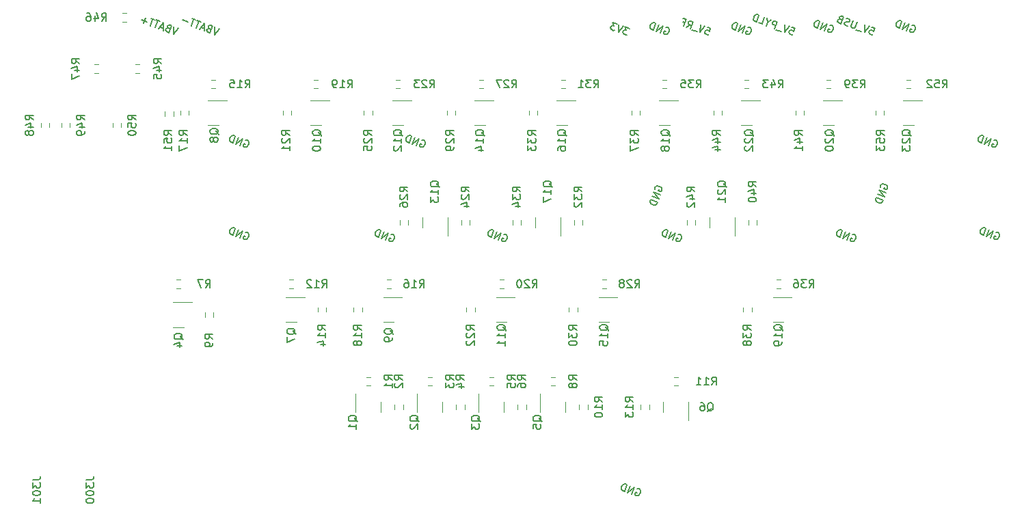
<source format=gbr>
%TF.GenerationSoftware,KiCad,Pcbnew,(6.0.5)*%
%TF.CreationDate,2023-01-12T09:35:21-05:00*%
%TF.ProjectId,breakout,62726561-6b6f-4757-942e-6b696361645f,rev?*%
%TF.SameCoordinates,Original*%
%TF.FileFunction,Legend,Bot*%
%TF.FilePolarity,Positive*%
%FSLAX46Y46*%
G04 Gerber Fmt 4.6, Leading zero omitted, Abs format (unit mm)*
G04 Created by KiCad (PCBNEW (6.0.5)) date 2023-01-12 09:35:21*
%MOMM*%
%LPD*%
G01*
G04 APERTURE LIST*
%ADD10C,0.150000*%
%ADD11C,0.120000*%
G04 APERTURE END LIST*
D10*
X139371928Y-121229263D02*
X139467131Y-121218306D01*
X139587949Y-121262280D01*
X139694108Y-121346527D01*
X139745337Y-121456388D01*
X139756294Y-121551591D01*
X139737934Y-121727339D01*
X139693960Y-121848157D01*
X139595056Y-121994589D01*
X139525467Y-122060476D01*
X139415606Y-122111705D01*
X139280130Y-122108004D01*
X139199585Y-122078688D01*
X139093426Y-121994441D01*
X139067811Y-121939510D01*
X139170417Y-121657603D01*
X139331507Y-121716235D01*
X138676042Y-121888134D02*
X138983860Y-121042410D01*
X138192772Y-121712237D01*
X138500590Y-120866514D01*
X137790046Y-121565657D02*
X138097865Y-120719934D01*
X137896502Y-120646644D01*
X137761026Y-120642943D01*
X137651165Y-120694172D01*
X137581577Y-120760059D01*
X137482672Y-120906491D01*
X137438698Y-121027308D01*
X137420339Y-121203057D01*
X137431295Y-121298260D01*
X137482524Y-121408121D01*
X137588684Y-121492367D01*
X137790046Y-121565657D01*
X168382858Y-64053648D02*
X168785584Y-64200228D01*
X168679276Y-64617612D01*
X168653662Y-64562681D01*
X168587775Y-64493093D01*
X168386412Y-64419803D01*
X168291209Y-64430759D01*
X168236278Y-64456374D01*
X168166690Y-64522261D01*
X168093400Y-64723623D01*
X168104356Y-64818827D01*
X168129971Y-64873757D01*
X168195858Y-64943346D01*
X168397221Y-65016636D01*
X168492424Y-65005679D01*
X168547354Y-64980065D01*
X168100951Y-63951042D02*
X167511225Y-64694159D01*
X167537135Y-63745830D01*
X167119456Y-64642783D02*
X166475095Y-64408254D01*
X166610867Y-63408696D02*
X166361681Y-64093329D01*
X166292092Y-64159216D01*
X166237161Y-64184831D01*
X166141958Y-64195787D01*
X165980868Y-64137155D01*
X165914981Y-64067567D01*
X165889367Y-64012636D01*
X165878410Y-63917433D01*
X166127596Y-63232800D01*
X165471983Y-63906329D02*
X165336508Y-63902627D01*
X165135145Y-63829337D01*
X165069258Y-63759749D01*
X165043643Y-63704818D01*
X165032687Y-63609615D01*
X165062003Y-63529070D01*
X165131591Y-63463183D01*
X165186522Y-63437568D01*
X165281725Y-63426612D01*
X165457473Y-63444971D01*
X165552676Y-63434015D01*
X165607607Y-63408400D01*
X165677195Y-63342513D01*
X165706511Y-63261968D01*
X165695555Y-63166765D01*
X165669940Y-63111834D01*
X165604053Y-63042246D01*
X165402690Y-62968956D01*
X165267215Y-62965254D01*
X164490932Y-63093179D02*
X164355456Y-63089478D01*
X164300526Y-63115092D01*
X164230937Y-63180979D01*
X164186963Y-63301797D01*
X164197920Y-63397000D01*
X164223534Y-63451930D01*
X164289421Y-63521519D01*
X164611602Y-63638783D01*
X164919420Y-62793060D01*
X164637512Y-62690454D01*
X164542309Y-62701410D01*
X164487378Y-62727025D01*
X164417790Y-62792912D01*
X164388474Y-62873457D01*
X164399430Y-62968660D01*
X164425045Y-63023591D01*
X164490932Y-63093179D01*
X164772840Y-63195785D01*
X158476858Y-64053648D02*
X158879584Y-64200228D01*
X158773276Y-64617612D01*
X158747662Y-64562681D01*
X158681775Y-64493093D01*
X158480412Y-64419803D01*
X158385209Y-64430759D01*
X158330278Y-64456374D01*
X158260690Y-64522261D01*
X158187400Y-64723623D01*
X158198356Y-64818827D01*
X158223971Y-64873757D01*
X158289858Y-64943346D01*
X158491221Y-65016636D01*
X158586424Y-65005679D01*
X158641354Y-64980065D01*
X158194951Y-63951042D02*
X157605225Y-64694159D01*
X157631135Y-63745830D01*
X157213456Y-64642783D02*
X156569095Y-64408254D01*
X156397048Y-64254419D02*
X156704867Y-63408696D01*
X156382686Y-63291432D01*
X156287483Y-63302388D01*
X156232553Y-63328003D01*
X156162964Y-63393890D01*
X156118990Y-63514708D01*
X156129947Y-63609911D01*
X156155561Y-63664841D01*
X156221448Y-63734430D01*
X156543629Y-63851694D01*
X155536815Y-63485244D02*
X155390235Y-63887969D01*
X155979961Y-63144852D02*
X155536815Y-63485244D01*
X155416145Y-62939640D01*
X154423694Y-63536177D02*
X154826419Y-63682757D01*
X155134238Y-62837034D01*
X154141786Y-63433571D02*
X154449604Y-62587848D01*
X154248242Y-62514558D01*
X154112766Y-62510856D01*
X154002905Y-62562085D01*
X153933316Y-62627972D01*
X153834412Y-62774404D01*
X153790438Y-62895222D01*
X153772078Y-63070970D01*
X153783035Y-63166173D01*
X153834264Y-63276034D01*
X153940424Y-63360281D01*
X154141786Y-63433571D01*
X148051736Y-64053549D02*
X148454462Y-64200129D01*
X148348154Y-64617513D01*
X148322540Y-64562582D01*
X148256653Y-64492994D01*
X148055290Y-64419704D01*
X147960087Y-64430660D01*
X147905156Y-64456275D01*
X147835568Y-64522162D01*
X147762278Y-64723524D01*
X147773234Y-64818728D01*
X147798849Y-64873658D01*
X147864736Y-64943247D01*
X148066099Y-65016537D01*
X148161302Y-65005580D01*
X148216232Y-64979966D01*
X147769829Y-63950943D02*
X147180103Y-64694060D01*
X147206013Y-63745731D01*
X146788334Y-64642684D02*
X146143973Y-64408155D01*
X145488656Y-64078424D02*
X145917144Y-63778305D01*
X145971926Y-64254320D02*
X146279745Y-63408597D01*
X145957564Y-63291333D01*
X145862361Y-63302289D01*
X145807431Y-63327904D01*
X145737842Y-63393791D01*
X145693868Y-63514609D01*
X145704825Y-63609812D01*
X145730439Y-63664742D01*
X145796326Y-63734331D01*
X146118507Y-63851595D01*
X145005533Y-63400898D02*
X145287441Y-63503504D01*
X145126203Y-63946502D02*
X145434021Y-63100779D01*
X145031296Y-62954199D01*
X138386030Y-64229544D02*
X137862487Y-64038990D01*
X138027131Y-64463777D01*
X137906313Y-64419803D01*
X137811110Y-64430759D01*
X137756179Y-64456374D01*
X137686591Y-64522261D01*
X137613301Y-64723623D01*
X137624257Y-64818827D01*
X137649872Y-64873757D01*
X137715759Y-64943346D01*
X137957394Y-65031294D01*
X138052597Y-65020337D01*
X138107528Y-64994723D01*
X137620852Y-63951042D02*
X137031126Y-64694159D01*
X137057036Y-63745830D01*
X136855673Y-63672540D02*
X136332130Y-63481986D01*
X136496774Y-63906772D01*
X136375956Y-63862798D01*
X136280753Y-63873755D01*
X136225823Y-63899369D01*
X136156234Y-63965256D01*
X136082944Y-64166619D01*
X136093901Y-64261822D01*
X136119515Y-64316753D01*
X136185402Y-64386341D01*
X136427038Y-64474289D01*
X136522241Y-64463333D01*
X136577171Y-64437718D01*
X82546401Y-64203174D02*
X81956676Y-64946292D01*
X81982586Y-63997962D01*
X81272190Y-64195476D02*
X81136715Y-64191774D01*
X81081784Y-64217389D01*
X81012196Y-64283276D01*
X80968222Y-64404093D01*
X80979178Y-64499296D01*
X81004793Y-64554227D01*
X81070680Y-64623815D01*
X81392860Y-64741080D01*
X81700678Y-63895356D01*
X81418770Y-63792750D01*
X81323567Y-63803707D01*
X81268637Y-63829321D01*
X81199048Y-63895208D01*
X81169732Y-63975753D01*
X81180689Y-64070956D01*
X81206303Y-64125887D01*
X81272190Y-64195476D01*
X81554098Y-64298082D01*
X80675357Y-64206284D02*
X80272632Y-64059704D01*
X80667954Y-64477235D02*
X80693865Y-63528906D01*
X80104139Y-64272023D01*
X80250867Y-63367668D02*
X79767596Y-63191772D01*
X79701413Y-64125443D02*
X80009231Y-63279720D01*
X79606506Y-63133140D02*
X79123235Y-62957244D01*
X79057053Y-63890915D02*
X79364871Y-63045192D01*
X78650774Y-63378181D02*
X78006413Y-63143653D01*
X78211329Y-63583097D02*
X78445857Y-62938736D01*
X87626401Y-64244202D02*
X87036676Y-64987320D01*
X87062586Y-64038990D01*
X86352190Y-64236504D02*
X86216715Y-64232802D01*
X86161784Y-64258417D01*
X86092196Y-64324304D01*
X86048222Y-64445121D01*
X86059178Y-64540324D01*
X86084793Y-64595255D01*
X86150680Y-64664843D01*
X86472860Y-64782108D01*
X86780678Y-63936384D01*
X86498770Y-63833778D01*
X86403567Y-63844735D01*
X86348637Y-63870349D01*
X86279048Y-63936236D01*
X86249732Y-64016781D01*
X86260689Y-64111984D01*
X86286303Y-64166915D01*
X86352190Y-64236504D01*
X86634098Y-64339110D01*
X85755357Y-64247312D02*
X85352632Y-64100732D01*
X85747954Y-64518263D02*
X85773865Y-63569934D01*
X85184139Y-64313051D01*
X85330867Y-63408696D02*
X84847596Y-63232800D01*
X84781413Y-64166471D02*
X85089231Y-63320748D01*
X84686506Y-63174168D02*
X84203235Y-62998272D01*
X84137053Y-63931943D02*
X84444871Y-63086220D01*
X83730774Y-63419209D02*
X83086413Y-63184681D01*
X142927928Y-64079263D02*
X143023131Y-64068306D01*
X143143949Y-64112280D01*
X143250108Y-64196527D01*
X143301337Y-64306388D01*
X143312294Y-64401591D01*
X143293934Y-64577339D01*
X143249960Y-64698157D01*
X143151056Y-64844589D01*
X143081467Y-64910476D01*
X142971606Y-64961705D01*
X142836130Y-64958004D01*
X142755585Y-64928688D01*
X142649426Y-64844441D01*
X142623811Y-64789510D01*
X142726417Y-64507603D01*
X142887507Y-64566235D01*
X142232042Y-64738134D02*
X142539860Y-63892410D01*
X141748772Y-64562237D01*
X142056590Y-63716514D01*
X141346046Y-64415657D02*
X141653865Y-63569934D01*
X141452502Y-63496644D01*
X141317026Y-63492943D01*
X141207165Y-63544172D01*
X141137577Y-63610059D01*
X141038672Y-63756491D01*
X140994698Y-63877308D01*
X140976339Y-64053057D01*
X140987295Y-64148260D01*
X141038524Y-64258121D01*
X141144684Y-64342367D01*
X141346046Y-64415657D01*
X153087928Y-64079263D02*
X153183131Y-64068306D01*
X153303949Y-64112280D01*
X153410108Y-64196527D01*
X153461337Y-64306388D01*
X153472294Y-64401591D01*
X153453934Y-64577339D01*
X153409960Y-64698157D01*
X153311056Y-64844589D01*
X153241467Y-64910476D01*
X153131606Y-64961705D01*
X152996130Y-64958004D01*
X152915585Y-64928688D01*
X152809426Y-64844441D01*
X152783811Y-64789510D01*
X152886417Y-64507603D01*
X153047507Y-64566235D01*
X152392042Y-64738134D02*
X152699860Y-63892410D01*
X151908772Y-64562237D01*
X152216590Y-63716514D01*
X151506046Y-64415657D02*
X151813865Y-63569934D01*
X151612502Y-63496644D01*
X151477026Y-63492943D01*
X151367165Y-63544172D01*
X151297577Y-63610059D01*
X151198672Y-63756491D01*
X151154698Y-63877308D01*
X151136339Y-64053057D01*
X151147295Y-64148260D01*
X151198524Y-64258121D01*
X151304684Y-64342367D01*
X151506046Y-64415657D01*
X173407928Y-63825263D02*
X173503131Y-63814306D01*
X173623949Y-63858280D01*
X173730108Y-63942527D01*
X173781337Y-64052388D01*
X173792294Y-64147591D01*
X173773934Y-64323339D01*
X173729960Y-64444157D01*
X173631056Y-64590589D01*
X173561467Y-64656476D01*
X173451606Y-64707705D01*
X173316130Y-64704004D01*
X173235585Y-64674688D01*
X173129426Y-64590441D01*
X173103811Y-64535510D01*
X173206417Y-64253603D01*
X173367507Y-64312235D01*
X172712042Y-64484134D02*
X173019860Y-63638410D01*
X172228772Y-64308237D01*
X172536590Y-63462514D01*
X171826046Y-64161657D02*
X172133865Y-63315934D01*
X171932502Y-63242644D01*
X171797026Y-63238943D01*
X171687165Y-63290172D01*
X171617577Y-63356059D01*
X171518672Y-63502491D01*
X171474698Y-63623308D01*
X171456339Y-63799057D01*
X171467295Y-63894260D01*
X171518524Y-64004121D01*
X171624684Y-64088367D01*
X171826046Y-64161657D01*
X163247928Y-63825263D02*
X163343131Y-63814306D01*
X163463949Y-63858280D01*
X163570108Y-63942527D01*
X163621337Y-64052388D01*
X163632294Y-64147591D01*
X163613934Y-64323339D01*
X163569960Y-64444157D01*
X163471056Y-64590589D01*
X163401467Y-64656476D01*
X163291606Y-64707705D01*
X163156130Y-64704004D01*
X163075585Y-64674688D01*
X162969426Y-64590441D01*
X162943811Y-64535510D01*
X163046417Y-64253603D01*
X163207507Y-64312235D01*
X162552042Y-64484134D02*
X162859860Y-63638410D01*
X162068772Y-64308237D01*
X162376590Y-63462514D01*
X161666046Y-64161657D02*
X161973865Y-63315934D01*
X161772502Y-63242644D01*
X161637026Y-63238943D01*
X161527165Y-63290172D01*
X161457577Y-63356059D01*
X161358672Y-63502491D01*
X161314698Y-63623308D01*
X161296339Y-63799057D01*
X161307295Y-63894260D01*
X161358524Y-64004121D01*
X161464684Y-64088367D01*
X161666046Y-64161657D01*
X183567928Y-78049263D02*
X183663131Y-78038306D01*
X183783949Y-78082280D01*
X183890108Y-78166527D01*
X183941337Y-78276388D01*
X183952294Y-78371591D01*
X183933934Y-78547339D01*
X183889960Y-78668157D01*
X183791056Y-78814589D01*
X183721467Y-78880476D01*
X183611606Y-78931705D01*
X183476130Y-78928004D01*
X183395585Y-78898688D01*
X183289426Y-78814441D01*
X183263811Y-78759510D01*
X183366417Y-78477603D01*
X183527507Y-78536235D01*
X182872042Y-78708134D02*
X183179860Y-77862410D01*
X182388772Y-78532237D01*
X182696590Y-77686514D01*
X181986046Y-78385657D02*
X182293865Y-77539934D01*
X182092502Y-77466644D01*
X181957026Y-77462943D01*
X181847165Y-77514172D01*
X181777577Y-77580059D01*
X181678672Y-77726491D01*
X181634698Y-77847308D01*
X181616339Y-78023057D01*
X181627295Y-78118260D01*
X181678524Y-78228121D01*
X181784684Y-78312367D01*
X181986046Y-78385657D01*
X169489263Y-83894071D02*
X169478306Y-83798868D01*
X169522280Y-83678050D01*
X169606527Y-83571891D01*
X169716388Y-83520662D01*
X169811591Y-83509705D01*
X169987339Y-83528065D01*
X170108157Y-83572039D01*
X170254589Y-83670943D01*
X170320476Y-83740532D01*
X170371705Y-83850393D01*
X170368004Y-83985869D01*
X170338688Y-84066414D01*
X170254441Y-84172573D01*
X170199510Y-84198188D01*
X169917603Y-84095582D01*
X169976235Y-83934492D01*
X170148134Y-84589957D02*
X169302410Y-84282139D01*
X169972237Y-85073227D01*
X169126514Y-84765409D01*
X169825657Y-85475953D02*
X168979934Y-85168134D01*
X168906644Y-85369497D01*
X168902943Y-85504973D01*
X168954172Y-85614834D01*
X169020059Y-85684422D01*
X169166491Y-85783327D01*
X169287308Y-85827301D01*
X169463057Y-85845660D01*
X169558260Y-85834704D01*
X169668121Y-85783475D01*
X169752367Y-85677315D01*
X169825657Y-85475953D01*
X141549263Y-84148071D02*
X141538306Y-84052868D01*
X141582280Y-83932050D01*
X141666527Y-83825891D01*
X141776388Y-83774662D01*
X141871591Y-83763705D01*
X142047339Y-83782065D01*
X142168157Y-83826039D01*
X142314589Y-83924943D01*
X142380476Y-83994532D01*
X142431705Y-84104393D01*
X142428004Y-84239869D01*
X142398688Y-84320414D01*
X142314441Y-84426573D01*
X142259510Y-84452188D01*
X141977603Y-84349582D01*
X142036235Y-84188492D01*
X142208134Y-84843957D02*
X141362410Y-84536139D01*
X142032237Y-85327227D01*
X141186514Y-85019409D01*
X141885657Y-85729953D02*
X141039934Y-85422134D01*
X140966644Y-85623497D01*
X140962943Y-85758973D01*
X141014172Y-85868834D01*
X141080059Y-85938422D01*
X141226491Y-86037327D01*
X141347308Y-86081301D01*
X141523057Y-86099660D01*
X141618260Y-86088704D01*
X141728121Y-86037475D01*
X141812367Y-85931315D01*
X141885657Y-85729953D01*
X112701928Y-78049263D02*
X112797131Y-78038306D01*
X112917949Y-78082280D01*
X113024108Y-78166527D01*
X113075337Y-78276388D01*
X113086294Y-78371591D01*
X113067934Y-78547339D01*
X113023960Y-78668157D01*
X112925056Y-78814589D01*
X112855467Y-78880476D01*
X112745606Y-78931705D01*
X112610130Y-78928004D01*
X112529585Y-78898688D01*
X112423426Y-78814441D01*
X112397811Y-78759510D01*
X112500417Y-78477603D01*
X112661507Y-78536235D01*
X112006042Y-78708134D02*
X112313860Y-77862410D01*
X111522772Y-78532237D01*
X111830590Y-77686514D01*
X111120046Y-78385657D02*
X111427865Y-77539934D01*
X111226502Y-77466644D01*
X111091026Y-77462943D01*
X110981165Y-77514172D01*
X110911577Y-77580059D01*
X110812672Y-77726491D01*
X110768698Y-77847308D01*
X110750339Y-78023057D01*
X110761295Y-78118260D01*
X110812524Y-78228121D01*
X110918684Y-78312367D01*
X111120046Y-78385657D01*
X90857928Y-78049263D02*
X90953131Y-78038306D01*
X91073949Y-78082280D01*
X91180108Y-78166527D01*
X91231337Y-78276388D01*
X91242294Y-78371591D01*
X91223934Y-78547339D01*
X91179960Y-78668157D01*
X91081056Y-78814589D01*
X91011467Y-78880476D01*
X90901606Y-78931705D01*
X90766130Y-78928004D01*
X90685585Y-78898688D01*
X90579426Y-78814441D01*
X90553811Y-78759510D01*
X90656417Y-78477603D01*
X90817507Y-78536235D01*
X90162042Y-78708134D02*
X90469860Y-77862410D01*
X89678772Y-78532237D01*
X89986590Y-77686514D01*
X89276046Y-78385657D02*
X89583865Y-77539934D01*
X89382502Y-77466644D01*
X89247026Y-77462943D01*
X89137165Y-77514172D01*
X89067577Y-77580059D01*
X88968672Y-77726491D01*
X88924698Y-77847308D01*
X88906339Y-78023057D01*
X88917295Y-78118260D01*
X88968524Y-78228121D01*
X89074684Y-78312367D01*
X89276046Y-78385657D01*
X183821928Y-89479263D02*
X183917131Y-89468306D01*
X184037949Y-89512280D01*
X184144108Y-89596527D01*
X184195337Y-89706388D01*
X184206294Y-89801591D01*
X184187934Y-89977339D01*
X184143960Y-90098157D01*
X184045056Y-90244589D01*
X183975467Y-90310476D01*
X183865606Y-90361705D01*
X183730130Y-90358004D01*
X183649585Y-90328688D01*
X183543426Y-90244441D01*
X183517811Y-90189510D01*
X183620417Y-89907603D01*
X183781507Y-89966235D01*
X183126042Y-90138134D02*
X183433860Y-89292410D01*
X182642772Y-89962237D01*
X182950590Y-89116514D01*
X182240046Y-89815657D02*
X182547865Y-88969934D01*
X182346502Y-88896644D01*
X182211026Y-88892943D01*
X182101165Y-88944172D01*
X182031577Y-89010059D01*
X181932672Y-89156491D01*
X181888698Y-89277308D01*
X181870339Y-89453057D01*
X181881295Y-89548260D01*
X181932524Y-89658121D01*
X182038684Y-89742367D01*
X182240046Y-89815657D01*
X166041928Y-89733263D02*
X166137131Y-89722306D01*
X166257949Y-89766280D01*
X166364108Y-89850527D01*
X166415337Y-89960388D01*
X166426294Y-90055591D01*
X166407934Y-90231339D01*
X166363960Y-90352157D01*
X166265056Y-90498589D01*
X166195467Y-90564476D01*
X166085606Y-90615705D01*
X165950130Y-90612004D01*
X165869585Y-90582688D01*
X165763426Y-90498441D01*
X165737811Y-90443510D01*
X165840417Y-90161603D01*
X166001507Y-90220235D01*
X165346042Y-90392134D02*
X165653860Y-89546410D01*
X164862772Y-90216237D01*
X165170590Y-89370514D01*
X164460046Y-90069657D02*
X164767865Y-89223934D01*
X164566502Y-89150644D01*
X164431026Y-89146943D01*
X164321165Y-89198172D01*
X164251577Y-89264059D01*
X164152672Y-89410491D01*
X164108698Y-89531308D01*
X164090339Y-89707057D01*
X164101295Y-89802260D01*
X164152524Y-89912121D01*
X164258684Y-89996367D01*
X164460046Y-90069657D01*
X144451928Y-89733263D02*
X144547131Y-89722306D01*
X144667949Y-89766280D01*
X144774108Y-89850527D01*
X144825337Y-89960388D01*
X144836294Y-90055591D01*
X144817934Y-90231339D01*
X144773960Y-90352157D01*
X144675056Y-90498589D01*
X144605467Y-90564476D01*
X144495606Y-90615705D01*
X144360130Y-90612004D01*
X144279585Y-90582688D01*
X144173426Y-90498441D01*
X144147811Y-90443510D01*
X144250417Y-90161603D01*
X144411507Y-90220235D01*
X143756042Y-90392134D02*
X144063860Y-89546410D01*
X143272772Y-90216237D01*
X143580590Y-89370514D01*
X142870046Y-90069657D02*
X143177865Y-89223934D01*
X142976502Y-89150644D01*
X142841026Y-89146943D01*
X142731165Y-89198172D01*
X142661577Y-89264059D01*
X142562672Y-89410491D01*
X142518698Y-89531308D01*
X142500339Y-89707057D01*
X142511295Y-89802260D01*
X142562524Y-89912121D01*
X142668684Y-89996367D01*
X142870046Y-90069657D01*
X122861928Y-89733263D02*
X122957131Y-89722306D01*
X123077949Y-89766280D01*
X123184108Y-89850527D01*
X123235337Y-89960388D01*
X123246294Y-90055591D01*
X123227934Y-90231339D01*
X123183960Y-90352157D01*
X123085056Y-90498589D01*
X123015467Y-90564476D01*
X122905606Y-90615705D01*
X122770130Y-90612004D01*
X122689585Y-90582688D01*
X122583426Y-90498441D01*
X122557811Y-90443510D01*
X122660417Y-90161603D01*
X122821507Y-90220235D01*
X122166042Y-90392134D02*
X122473860Y-89546410D01*
X121682772Y-90216237D01*
X121990590Y-89370514D01*
X121280046Y-90069657D02*
X121587865Y-89223934D01*
X121386502Y-89150644D01*
X121251026Y-89146943D01*
X121141165Y-89198172D01*
X121071577Y-89264059D01*
X120972672Y-89410491D01*
X120928698Y-89531308D01*
X120910339Y-89707057D01*
X120921295Y-89802260D01*
X120972524Y-89912121D01*
X121078684Y-89996367D01*
X121280046Y-90069657D01*
X108891928Y-89733263D02*
X108987131Y-89722306D01*
X109107949Y-89766280D01*
X109214108Y-89850527D01*
X109265337Y-89960388D01*
X109276294Y-90055591D01*
X109257934Y-90231339D01*
X109213960Y-90352157D01*
X109115056Y-90498589D01*
X109045467Y-90564476D01*
X108935606Y-90615705D01*
X108800130Y-90612004D01*
X108719585Y-90582688D01*
X108613426Y-90498441D01*
X108587811Y-90443510D01*
X108690417Y-90161603D01*
X108851507Y-90220235D01*
X108196042Y-90392134D02*
X108503860Y-89546410D01*
X107712772Y-90216237D01*
X108020590Y-89370514D01*
X107310046Y-90069657D02*
X107617865Y-89223934D01*
X107416502Y-89150644D01*
X107281026Y-89146943D01*
X107171165Y-89198172D01*
X107101577Y-89264059D01*
X107002672Y-89410491D01*
X106958698Y-89531308D01*
X106940339Y-89707057D01*
X106951295Y-89802260D01*
X107002524Y-89912121D01*
X107108684Y-89996367D01*
X107310046Y-90069657D01*
X90857928Y-89479263D02*
X90953131Y-89468306D01*
X91073949Y-89512280D01*
X91180108Y-89596527D01*
X91231337Y-89706388D01*
X91242294Y-89801591D01*
X91223934Y-89977339D01*
X91179960Y-90098157D01*
X91081056Y-90244589D01*
X91011467Y-90310476D01*
X90901606Y-90361705D01*
X90766130Y-90358004D01*
X90685585Y-90328688D01*
X90579426Y-90244441D01*
X90553811Y-90189510D01*
X90656417Y-89907603D01*
X90817507Y-89966235D01*
X90162042Y-90138134D02*
X90469860Y-89292410D01*
X89678772Y-89962237D01*
X89986590Y-89116514D01*
X89276046Y-89815657D02*
X89583865Y-88969934D01*
X89382502Y-88896644D01*
X89247026Y-88892943D01*
X89137165Y-88944172D01*
X89067577Y-89010059D01*
X88968672Y-89156491D01*
X88924698Y-89277308D01*
X88906339Y-89453057D01*
X88917295Y-89548260D01*
X88968524Y-89658121D01*
X89074684Y-89742367D01*
X89276046Y-89815657D01*
X64476380Y-120126285D02*
X65190666Y-120126285D01*
X65333523Y-120078666D01*
X65428761Y-119983428D01*
X65476380Y-119840571D01*
X65476380Y-119745333D01*
X64476380Y-120507238D02*
X64476380Y-121126285D01*
X64857333Y-120792952D01*
X64857333Y-120935809D01*
X64904952Y-121031047D01*
X64952571Y-121078666D01*
X65047809Y-121126285D01*
X65285904Y-121126285D01*
X65381142Y-121078666D01*
X65428761Y-121031047D01*
X65476380Y-120935809D01*
X65476380Y-120650095D01*
X65428761Y-120554857D01*
X65381142Y-120507238D01*
X64476380Y-121745333D02*
X64476380Y-121840571D01*
X64524000Y-121935809D01*
X64571619Y-121983428D01*
X64666857Y-122031047D01*
X64857333Y-122078666D01*
X65095428Y-122078666D01*
X65285904Y-122031047D01*
X65381142Y-121983428D01*
X65428761Y-121935809D01*
X65476380Y-121840571D01*
X65476380Y-121745333D01*
X65428761Y-121650095D01*
X65381142Y-121602476D01*
X65285904Y-121554857D01*
X65095428Y-121507238D01*
X64857333Y-121507238D01*
X64666857Y-121554857D01*
X64571619Y-121602476D01*
X64524000Y-121650095D01*
X64476380Y-121745333D01*
X65476380Y-123031047D02*
X65476380Y-122459619D01*
X65476380Y-122745333D02*
X64476380Y-122745333D01*
X64619238Y-122650095D01*
X64714476Y-122554857D01*
X64762095Y-122459619D01*
X71080380Y-120126285D02*
X71794666Y-120126285D01*
X71937523Y-120078666D01*
X72032761Y-119983428D01*
X72080380Y-119840571D01*
X72080380Y-119745333D01*
X71080380Y-120507238D02*
X71080380Y-121126285D01*
X71461333Y-120792952D01*
X71461333Y-120935809D01*
X71508952Y-121031047D01*
X71556571Y-121078666D01*
X71651809Y-121126285D01*
X71889904Y-121126285D01*
X71985142Y-121078666D01*
X72032761Y-121031047D01*
X72080380Y-120935809D01*
X72080380Y-120650095D01*
X72032761Y-120554857D01*
X71985142Y-120507238D01*
X71080380Y-121745333D02*
X71080380Y-121840571D01*
X71128000Y-121935809D01*
X71175619Y-121983428D01*
X71270857Y-122031047D01*
X71461333Y-122078666D01*
X71699428Y-122078666D01*
X71889904Y-122031047D01*
X71985142Y-121983428D01*
X72032761Y-121935809D01*
X72080380Y-121840571D01*
X72080380Y-121745333D01*
X72032761Y-121650095D01*
X71985142Y-121602476D01*
X71889904Y-121554857D01*
X71699428Y-121507238D01*
X71461333Y-121507238D01*
X71270857Y-121554857D01*
X71175619Y-121602476D01*
X71128000Y-121650095D01*
X71080380Y-121745333D01*
X71080380Y-122697714D02*
X71080380Y-122792952D01*
X71128000Y-122888190D01*
X71175619Y-122935809D01*
X71270857Y-122983428D01*
X71461333Y-123031047D01*
X71699428Y-123031047D01*
X71889904Y-122983428D01*
X71985142Y-122935809D01*
X72032761Y-122888190D01*
X72080380Y-122792952D01*
X72080380Y-122697714D01*
X72032761Y-122602476D01*
X71985142Y-122554857D01*
X71889904Y-122507238D01*
X71699428Y-122459619D01*
X71461333Y-122459619D01*
X71270857Y-122507238D01*
X71175619Y-122554857D01*
X71128000Y-122602476D01*
X71080380Y-122697714D01*
%TO.C,R35*%
X146692857Y-71572380D02*
X147026190Y-71096190D01*
X147264285Y-71572380D02*
X147264285Y-70572380D01*
X146883333Y-70572380D01*
X146788095Y-70620000D01*
X146740476Y-70667619D01*
X146692857Y-70762857D01*
X146692857Y-70905714D01*
X146740476Y-71000952D01*
X146788095Y-71048571D01*
X146883333Y-71096190D01*
X147264285Y-71096190D01*
X146359523Y-70572380D02*
X145740476Y-70572380D01*
X146073809Y-70953333D01*
X145930952Y-70953333D01*
X145835714Y-71000952D01*
X145788095Y-71048571D01*
X145740476Y-71143809D01*
X145740476Y-71381904D01*
X145788095Y-71477142D01*
X145835714Y-71524761D01*
X145930952Y-71572380D01*
X146216666Y-71572380D01*
X146311904Y-71524761D01*
X146359523Y-71477142D01*
X144835714Y-70572380D02*
X145311904Y-70572380D01*
X145359523Y-71048571D01*
X145311904Y-71000952D01*
X145216666Y-70953333D01*
X144978571Y-70953333D01*
X144883333Y-71000952D01*
X144835714Y-71048571D01*
X144788095Y-71143809D01*
X144788095Y-71381904D01*
X144835714Y-71477142D01*
X144883333Y-71524761D01*
X144978571Y-71572380D01*
X145216666Y-71572380D01*
X145311904Y-71524761D01*
X145359523Y-71477142D01*
%TO.C,R2*%
X110307380Y-107783333D02*
X109831190Y-107450000D01*
X110307380Y-107211904D02*
X109307380Y-107211904D01*
X109307380Y-107592857D01*
X109355000Y-107688095D01*
X109402619Y-107735714D01*
X109497857Y-107783333D01*
X109640714Y-107783333D01*
X109735952Y-107735714D01*
X109783571Y-107688095D01*
X109831190Y-107592857D01*
X109831190Y-107211904D01*
X109402619Y-108164285D02*
X109355000Y-108211904D01*
X109307380Y-108307142D01*
X109307380Y-108545238D01*
X109355000Y-108640476D01*
X109402619Y-108688095D01*
X109497857Y-108735714D01*
X109593095Y-108735714D01*
X109735952Y-108688095D01*
X110307380Y-108116666D01*
X110307380Y-108735714D01*
%TO.C,R1*%
X109037380Y-107783333D02*
X108561190Y-107450000D01*
X109037380Y-107211904D02*
X108037380Y-107211904D01*
X108037380Y-107592857D01*
X108085000Y-107688095D01*
X108132619Y-107735714D01*
X108227857Y-107783333D01*
X108370714Y-107783333D01*
X108465952Y-107735714D01*
X108513571Y-107688095D01*
X108561190Y-107592857D01*
X108561190Y-107211904D01*
X109037380Y-108735714D02*
X109037380Y-108164285D01*
X109037380Y-108450000D02*
X108037380Y-108450000D01*
X108180238Y-108354761D01*
X108275476Y-108259523D01*
X108323095Y-108164285D01*
%TO.C,R13*%
X138882380Y-110482142D02*
X138406190Y-110148809D01*
X138882380Y-109910714D02*
X137882380Y-109910714D01*
X137882380Y-110291666D01*
X137930000Y-110386904D01*
X137977619Y-110434523D01*
X138072857Y-110482142D01*
X138215714Y-110482142D01*
X138310952Y-110434523D01*
X138358571Y-110386904D01*
X138406190Y-110291666D01*
X138406190Y-109910714D01*
X138882380Y-111434523D02*
X138882380Y-110863095D01*
X138882380Y-111148809D02*
X137882380Y-111148809D01*
X138025238Y-111053571D01*
X138120476Y-110958333D01*
X138168095Y-110863095D01*
X137882380Y-111767857D02*
X137882380Y-112386904D01*
X138263333Y-112053571D01*
X138263333Y-112196428D01*
X138310952Y-112291666D01*
X138358571Y-112339285D01*
X138453809Y-112386904D01*
X138691904Y-112386904D01*
X138787142Y-112339285D01*
X138834761Y-112291666D01*
X138882380Y-112196428D01*
X138882380Y-111910714D01*
X138834761Y-111815476D01*
X138787142Y-111767857D01*
%TO.C,R8*%
X131897380Y-107783333D02*
X131421190Y-107450000D01*
X131897380Y-107211904D02*
X130897380Y-107211904D01*
X130897380Y-107592857D01*
X130945000Y-107688095D01*
X130992619Y-107735714D01*
X131087857Y-107783333D01*
X131230714Y-107783333D01*
X131325952Y-107735714D01*
X131373571Y-107688095D01*
X131421190Y-107592857D01*
X131421190Y-107211904D01*
X131325952Y-108354761D02*
X131278333Y-108259523D01*
X131230714Y-108211904D01*
X131135476Y-108164285D01*
X131087857Y-108164285D01*
X130992619Y-108211904D01*
X130945000Y-108259523D01*
X130897380Y-108354761D01*
X130897380Y-108545238D01*
X130945000Y-108640476D01*
X130992619Y-108688095D01*
X131087857Y-108735714D01*
X131135476Y-108735714D01*
X131230714Y-108688095D01*
X131278333Y-108640476D01*
X131325952Y-108545238D01*
X131325952Y-108354761D01*
X131373571Y-108259523D01*
X131421190Y-108211904D01*
X131516428Y-108164285D01*
X131706904Y-108164285D01*
X131802142Y-108211904D01*
X131849761Y-108259523D01*
X131897380Y-108354761D01*
X131897380Y-108545238D01*
X131849761Y-108640476D01*
X131802142Y-108688095D01*
X131706904Y-108735714D01*
X131516428Y-108735714D01*
X131421190Y-108688095D01*
X131373571Y-108640476D01*
X131325952Y-108545238D01*
%TO.C,Q5*%
X127547619Y-112934761D02*
X127500000Y-112839523D01*
X127404761Y-112744285D01*
X127261904Y-112601428D01*
X127214285Y-112506190D01*
X127214285Y-112410952D01*
X127452380Y-112458571D02*
X127404761Y-112363333D01*
X127309523Y-112268095D01*
X127119047Y-112220476D01*
X126785714Y-112220476D01*
X126595238Y-112268095D01*
X126500000Y-112363333D01*
X126452380Y-112458571D01*
X126452380Y-112649047D01*
X126500000Y-112744285D01*
X126595238Y-112839523D01*
X126785714Y-112887142D01*
X127119047Y-112887142D01*
X127309523Y-112839523D01*
X127404761Y-112744285D01*
X127452380Y-112649047D01*
X127452380Y-112458571D01*
X126452380Y-113791904D02*
X126452380Y-113315714D01*
X126928571Y-113268095D01*
X126880952Y-113315714D01*
X126833333Y-113410952D01*
X126833333Y-113649047D01*
X126880952Y-113744285D01*
X126928571Y-113791904D01*
X127023809Y-113839523D01*
X127261904Y-113839523D01*
X127357142Y-113791904D01*
X127404761Y-113744285D01*
X127452380Y-113649047D01*
X127452380Y-113410952D01*
X127404761Y-113315714D01*
X127357142Y-113268095D01*
%TO.C,R28*%
X139072857Y-96337380D02*
X139406190Y-95861190D01*
X139644285Y-96337380D02*
X139644285Y-95337380D01*
X139263333Y-95337380D01*
X139168095Y-95385000D01*
X139120476Y-95432619D01*
X139072857Y-95527857D01*
X139072857Y-95670714D01*
X139120476Y-95765952D01*
X139168095Y-95813571D01*
X139263333Y-95861190D01*
X139644285Y-95861190D01*
X138691904Y-95432619D02*
X138644285Y-95385000D01*
X138549047Y-95337380D01*
X138310952Y-95337380D01*
X138215714Y-95385000D01*
X138168095Y-95432619D01*
X138120476Y-95527857D01*
X138120476Y-95623095D01*
X138168095Y-95765952D01*
X138739523Y-96337380D01*
X138120476Y-96337380D01*
X137549047Y-95765952D02*
X137644285Y-95718333D01*
X137691904Y-95670714D01*
X137739523Y-95575476D01*
X137739523Y-95527857D01*
X137691904Y-95432619D01*
X137644285Y-95385000D01*
X137549047Y-95337380D01*
X137358571Y-95337380D01*
X137263333Y-95385000D01*
X137215714Y-95432619D01*
X137168095Y-95527857D01*
X137168095Y-95575476D01*
X137215714Y-95670714D01*
X137263333Y-95718333D01*
X137358571Y-95765952D01*
X137549047Y-95765952D01*
X137644285Y-95813571D01*
X137691904Y-95861190D01*
X137739523Y-95956428D01*
X137739523Y-96146904D01*
X137691904Y-96242142D01*
X137644285Y-96289761D01*
X137549047Y-96337380D01*
X137358571Y-96337380D01*
X137263333Y-96289761D01*
X137215714Y-96242142D01*
X137168095Y-96146904D01*
X137168095Y-95956428D01*
X137215714Y-95861190D01*
X137263333Y-95813571D01*
X137358571Y-95765952D01*
%TO.C,R52*%
X177172857Y-71572380D02*
X177506190Y-71096190D01*
X177744285Y-71572380D02*
X177744285Y-70572380D01*
X177363333Y-70572380D01*
X177268095Y-70620000D01*
X177220476Y-70667619D01*
X177172857Y-70762857D01*
X177172857Y-70905714D01*
X177220476Y-71000952D01*
X177268095Y-71048571D01*
X177363333Y-71096190D01*
X177744285Y-71096190D01*
X176268095Y-70572380D02*
X176744285Y-70572380D01*
X176791904Y-71048571D01*
X176744285Y-71000952D01*
X176649047Y-70953333D01*
X176410952Y-70953333D01*
X176315714Y-71000952D01*
X176268095Y-71048571D01*
X176220476Y-71143809D01*
X176220476Y-71381904D01*
X176268095Y-71477142D01*
X176315714Y-71524761D01*
X176410952Y-71572380D01*
X176649047Y-71572380D01*
X176744285Y-71524761D01*
X176791904Y-71477142D01*
X175839523Y-70667619D02*
X175791904Y-70620000D01*
X175696666Y-70572380D01*
X175458571Y-70572380D01*
X175363333Y-70620000D01*
X175315714Y-70667619D01*
X175268095Y-70762857D01*
X175268095Y-70858095D01*
X175315714Y-71000952D01*
X175887142Y-71572380D01*
X175268095Y-71572380D01*
%TO.C,R25*%
X106497380Y-77462142D02*
X106021190Y-77128809D01*
X106497380Y-76890714D02*
X105497380Y-76890714D01*
X105497380Y-77271666D01*
X105545000Y-77366904D01*
X105592619Y-77414523D01*
X105687857Y-77462142D01*
X105830714Y-77462142D01*
X105925952Y-77414523D01*
X105973571Y-77366904D01*
X106021190Y-77271666D01*
X106021190Y-76890714D01*
X105592619Y-77843095D02*
X105545000Y-77890714D01*
X105497380Y-77985952D01*
X105497380Y-78224047D01*
X105545000Y-78319285D01*
X105592619Y-78366904D01*
X105687857Y-78414523D01*
X105783095Y-78414523D01*
X105925952Y-78366904D01*
X106497380Y-77795476D01*
X106497380Y-78414523D01*
X105497380Y-79319285D02*
X105497380Y-78843095D01*
X105973571Y-78795476D01*
X105925952Y-78843095D01*
X105878333Y-78938333D01*
X105878333Y-79176428D01*
X105925952Y-79271666D01*
X105973571Y-79319285D01*
X106068809Y-79366904D01*
X106306904Y-79366904D01*
X106402142Y-79319285D01*
X106449761Y-79271666D01*
X106497380Y-79176428D01*
X106497380Y-78938333D01*
X106449761Y-78843095D01*
X106402142Y-78795476D01*
%TO.C,Q2*%
X112307619Y-112934761D02*
X112260000Y-112839523D01*
X112164761Y-112744285D01*
X112021904Y-112601428D01*
X111974285Y-112506190D01*
X111974285Y-112410952D01*
X112212380Y-112458571D02*
X112164761Y-112363333D01*
X112069523Y-112268095D01*
X111879047Y-112220476D01*
X111545714Y-112220476D01*
X111355238Y-112268095D01*
X111260000Y-112363333D01*
X111212380Y-112458571D01*
X111212380Y-112649047D01*
X111260000Y-112744285D01*
X111355238Y-112839523D01*
X111545714Y-112887142D01*
X111879047Y-112887142D01*
X112069523Y-112839523D01*
X112164761Y-112744285D01*
X112212380Y-112649047D01*
X112212380Y-112458571D01*
X111307619Y-113268095D02*
X111260000Y-113315714D01*
X111212380Y-113410952D01*
X111212380Y-113649047D01*
X111260000Y-113744285D01*
X111307619Y-113791904D01*
X111402857Y-113839523D01*
X111498095Y-113839523D01*
X111640952Y-113791904D01*
X112212380Y-113220476D01*
X112212380Y-113839523D01*
%TO.C,R42*%
X146502380Y-84447142D02*
X146026190Y-84113809D01*
X146502380Y-83875714D02*
X145502380Y-83875714D01*
X145502380Y-84256666D01*
X145550000Y-84351904D01*
X145597619Y-84399523D01*
X145692857Y-84447142D01*
X145835714Y-84447142D01*
X145930952Y-84399523D01*
X145978571Y-84351904D01*
X146026190Y-84256666D01*
X146026190Y-83875714D01*
X145835714Y-85304285D02*
X146502380Y-85304285D01*
X145454761Y-85066190D02*
X146169047Y-84828095D01*
X146169047Y-85447142D01*
X145597619Y-85780476D02*
X145550000Y-85828095D01*
X145502380Y-85923333D01*
X145502380Y-86161428D01*
X145550000Y-86256666D01*
X145597619Y-86304285D01*
X145692857Y-86351904D01*
X145788095Y-86351904D01*
X145930952Y-86304285D01*
X146502380Y-85732857D01*
X146502380Y-86351904D01*
%TO.C,R48*%
X64587380Y-75557142D02*
X64111190Y-75223809D01*
X64587380Y-74985714D02*
X63587380Y-74985714D01*
X63587380Y-75366666D01*
X63635000Y-75461904D01*
X63682619Y-75509523D01*
X63777857Y-75557142D01*
X63920714Y-75557142D01*
X64015952Y-75509523D01*
X64063571Y-75461904D01*
X64111190Y-75366666D01*
X64111190Y-74985714D01*
X63920714Y-76414285D02*
X64587380Y-76414285D01*
X63539761Y-76176190D02*
X64254047Y-75938095D01*
X64254047Y-76557142D01*
X64015952Y-77080952D02*
X63968333Y-76985714D01*
X63920714Y-76938095D01*
X63825476Y-76890476D01*
X63777857Y-76890476D01*
X63682619Y-76938095D01*
X63635000Y-76985714D01*
X63587380Y-77080952D01*
X63587380Y-77271428D01*
X63635000Y-77366666D01*
X63682619Y-77414285D01*
X63777857Y-77461904D01*
X63825476Y-77461904D01*
X63920714Y-77414285D01*
X63968333Y-77366666D01*
X64015952Y-77271428D01*
X64015952Y-77080952D01*
X64063571Y-76985714D01*
X64111190Y-76938095D01*
X64206428Y-76890476D01*
X64396904Y-76890476D01*
X64492142Y-76938095D01*
X64539761Y-76985714D01*
X64587380Y-77080952D01*
X64587380Y-77271428D01*
X64539761Y-77366666D01*
X64492142Y-77414285D01*
X64396904Y-77461904D01*
X64206428Y-77461904D01*
X64111190Y-77414285D01*
X64063571Y-77366666D01*
X64015952Y-77271428D01*
%TO.C,R49*%
X70937380Y-75557142D02*
X70461190Y-75223809D01*
X70937380Y-74985714D02*
X69937380Y-74985714D01*
X69937380Y-75366666D01*
X69985000Y-75461904D01*
X70032619Y-75509523D01*
X70127857Y-75557142D01*
X70270714Y-75557142D01*
X70365952Y-75509523D01*
X70413571Y-75461904D01*
X70461190Y-75366666D01*
X70461190Y-74985714D01*
X70270714Y-76414285D02*
X70937380Y-76414285D01*
X69889761Y-76176190D02*
X70604047Y-75938095D01*
X70604047Y-76557142D01*
X70937380Y-76985714D02*
X70937380Y-77176190D01*
X70889761Y-77271428D01*
X70842142Y-77319047D01*
X70699285Y-77414285D01*
X70508809Y-77461904D01*
X70127857Y-77461904D01*
X70032619Y-77414285D01*
X69985000Y-77366666D01*
X69937380Y-77271428D01*
X69937380Y-77080952D01*
X69985000Y-76985714D01*
X70032619Y-76938095D01*
X70127857Y-76890476D01*
X70365952Y-76890476D01*
X70461190Y-76938095D01*
X70508809Y-76985714D01*
X70556428Y-77080952D01*
X70556428Y-77271428D01*
X70508809Y-77366666D01*
X70461190Y-77414285D01*
X70365952Y-77461904D01*
%TO.C,Q21*%
X150407619Y-83883571D02*
X150360000Y-83788333D01*
X150264761Y-83693095D01*
X150121904Y-83550238D01*
X150074285Y-83455000D01*
X150074285Y-83359761D01*
X150312380Y-83407380D02*
X150264761Y-83312142D01*
X150169523Y-83216904D01*
X149979047Y-83169285D01*
X149645714Y-83169285D01*
X149455238Y-83216904D01*
X149360000Y-83312142D01*
X149312380Y-83407380D01*
X149312380Y-83597857D01*
X149360000Y-83693095D01*
X149455238Y-83788333D01*
X149645714Y-83835952D01*
X149979047Y-83835952D01*
X150169523Y-83788333D01*
X150264761Y-83693095D01*
X150312380Y-83597857D01*
X150312380Y-83407380D01*
X149407619Y-84216904D02*
X149360000Y-84264523D01*
X149312380Y-84359761D01*
X149312380Y-84597857D01*
X149360000Y-84693095D01*
X149407619Y-84740714D01*
X149502857Y-84788333D01*
X149598095Y-84788333D01*
X149740952Y-84740714D01*
X150312380Y-84169285D01*
X150312380Y-84788333D01*
X150312380Y-85740714D02*
X150312380Y-85169285D01*
X150312380Y-85455000D02*
X149312380Y-85455000D01*
X149455238Y-85359761D01*
X149550476Y-85264523D01*
X149598095Y-85169285D01*
%TO.C,R32*%
X132532380Y-84447142D02*
X132056190Y-84113809D01*
X132532380Y-83875714D02*
X131532380Y-83875714D01*
X131532380Y-84256666D01*
X131580000Y-84351904D01*
X131627619Y-84399523D01*
X131722857Y-84447142D01*
X131865714Y-84447142D01*
X131960952Y-84399523D01*
X132008571Y-84351904D01*
X132056190Y-84256666D01*
X132056190Y-83875714D01*
X131532380Y-84780476D02*
X131532380Y-85399523D01*
X131913333Y-85066190D01*
X131913333Y-85209047D01*
X131960952Y-85304285D01*
X132008571Y-85351904D01*
X132103809Y-85399523D01*
X132341904Y-85399523D01*
X132437142Y-85351904D01*
X132484761Y-85304285D01*
X132532380Y-85209047D01*
X132532380Y-84923333D01*
X132484761Y-84828095D01*
X132437142Y-84780476D01*
X131627619Y-85780476D02*
X131580000Y-85828095D01*
X131532380Y-85923333D01*
X131532380Y-86161428D01*
X131580000Y-86256666D01*
X131627619Y-86304285D01*
X131722857Y-86351904D01*
X131818095Y-86351904D01*
X131960952Y-86304285D01*
X132532380Y-85732857D01*
X132532380Y-86351904D01*
%TO.C,Q12*%
X110275619Y-77533571D02*
X110228000Y-77438333D01*
X110132761Y-77343095D01*
X109989904Y-77200238D01*
X109942285Y-77105000D01*
X109942285Y-77009761D01*
X110180380Y-77057380D02*
X110132761Y-76962142D01*
X110037523Y-76866904D01*
X109847047Y-76819285D01*
X109513714Y-76819285D01*
X109323238Y-76866904D01*
X109228000Y-76962142D01*
X109180380Y-77057380D01*
X109180380Y-77247857D01*
X109228000Y-77343095D01*
X109323238Y-77438333D01*
X109513714Y-77485952D01*
X109847047Y-77485952D01*
X110037523Y-77438333D01*
X110132761Y-77343095D01*
X110180380Y-77247857D01*
X110180380Y-77057380D01*
X110180380Y-78438333D02*
X110180380Y-77866904D01*
X110180380Y-78152619D02*
X109180380Y-78152619D01*
X109323238Y-78057380D01*
X109418476Y-77962142D01*
X109466095Y-77866904D01*
X109275619Y-78819285D02*
X109228000Y-78866904D01*
X109180380Y-78962142D01*
X109180380Y-79200238D01*
X109228000Y-79295476D01*
X109275619Y-79343095D01*
X109370857Y-79390714D01*
X109466095Y-79390714D01*
X109608952Y-79343095D01*
X110180380Y-78771666D01*
X110180380Y-79390714D01*
%TO.C,R41*%
X159837380Y-77462142D02*
X159361190Y-77128809D01*
X159837380Y-76890714D02*
X158837380Y-76890714D01*
X158837380Y-77271666D01*
X158885000Y-77366904D01*
X158932619Y-77414523D01*
X159027857Y-77462142D01*
X159170714Y-77462142D01*
X159265952Y-77414523D01*
X159313571Y-77366904D01*
X159361190Y-77271666D01*
X159361190Y-76890714D01*
X159170714Y-78319285D02*
X159837380Y-78319285D01*
X158789761Y-78081190D02*
X159504047Y-77843095D01*
X159504047Y-78462142D01*
X159837380Y-79366904D02*
X159837380Y-78795476D01*
X159837380Y-79081190D02*
X158837380Y-79081190D01*
X158980238Y-78985952D01*
X159075476Y-78890714D01*
X159123095Y-78795476D01*
%TO.C,Q16*%
X130595619Y-77533571D02*
X130548000Y-77438333D01*
X130452761Y-77343095D01*
X130309904Y-77200238D01*
X130262285Y-77105000D01*
X130262285Y-77009761D01*
X130500380Y-77057380D02*
X130452761Y-76962142D01*
X130357523Y-76866904D01*
X130167047Y-76819285D01*
X129833714Y-76819285D01*
X129643238Y-76866904D01*
X129548000Y-76962142D01*
X129500380Y-77057380D01*
X129500380Y-77247857D01*
X129548000Y-77343095D01*
X129643238Y-77438333D01*
X129833714Y-77485952D01*
X130167047Y-77485952D01*
X130357523Y-77438333D01*
X130452761Y-77343095D01*
X130500380Y-77247857D01*
X130500380Y-77057380D01*
X130500380Y-78438333D02*
X130500380Y-77866904D01*
X130500380Y-78152619D02*
X129500380Y-78152619D01*
X129643238Y-78057380D01*
X129738476Y-77962142D01*
X129786095Y-77866904D01*
X129500380Y-79295476D02*
X129500380Y-79105000D01*
X129548000Y-79009761D01*
X129595619Y-78962142D01*
X129738476Y-78866904D01*
X129928952Y-78819285D01*
X130309904Y-78819285D01*
X130405142Y-78866904D01*
X130452761Y-78914523D01*
X130500380Y-79009761D01*
X130500380Y-79200238D01*
X130452761Y-79295476D01*
X130405142Y-79343095D01*
X130309904Y-79390714D01*
X130071809Y-79390714D01*
X129976571Y-79343095D01*
X129928952Y-79295476D01*
X129881333Y-79200238D01*
X129881333Y-79009761D01*
X129928952Y-78914523D01*
X129976571Y-78866904D01*
X130071809Y-78819285D01*
%TO.C,R6*%
X125547380Y-107783333D02*
X125071190Y-107450000D01*
X125547380Y-107211904D02*
X124547380Y-107211904D01*
X124547380Y-107592857D01*
X124595000Y-107688095D01*
X124642619Y-107735714D01*
X124737857Y-107783333D01*
X124880714Y-107783333D01*
X124975952Y-107735714D01*
X125023571Y-107688095D01*
X125071190Y-107592857D01*
X125071190Y-107211904D01*
X124547380Y-108640476D02*
X124547380Y-108450000D01*
X124595000Y-108354761D01*
X124642619Y-108307142D01*
X124785476Y-108211904D01*
X124975952Y-108164285D01*
X125356904Y-108164285D01*
X125452142Y-108211904D01*
X125499761Y-108259523D01*
X125547380Y-108354761D01*
X125547380Y-108545238D01*
X125499761Y-108640476D01*
X125452142Y-108688095D01*
X125356904Y-108735714D01*
X125118809Y-108735714D01*
X125023571Y-108688095D01*
X124975952Y-108640476D01*
X124928333Y-108545238D01*
X124928333Y-108354761D01*
X124975952Y-108259523D01*
X125023571Y-108211904D01*
X125118809Y-108164285D01*
%TO.C,R5*%
X124277380Y-107783333D02*
X123801190Y-107450000D01*
X124277380Y-107211904D02*
X123277380Y-107211904D01*
X123277380Y-107592857D01*
X123325000Y-107688095D01*
X123372619Y-107735714D01*
X123467857Y-107783333D01*
X123610714Y-107783333D01*
X123705952Y-107735714D01*
X123753571Y-107688095D01*
X123801190Y-107592857D01*
X123801190Y-107211904D01*
X123277380Y-108688095D02*
X123277380Y-108211904D01*
X123753571Y-108164285D01*
X123705952Y-108211904D01*
X123658333Y-108307142D01*
X123658333Y-108545238D01*
X123705952Y-108640476D01*
X123753571Y-108688095D01*
X123848809Y-108735714D01*
X124086904Y-108735714D01*
X124182142Y-108688095D01*
X124229761Y-108640476D01*
X124277380Y-108545238D01*
X124277380Y-108307142D01*
X124229761Y-108211904D01*
X124182142Y-108164285D01*
%TO.C,R10*%
X135072380Y-110482142D02*
X134596190Y-110148809D01*
X135072380Y-109910714D02*
X134072380Y-109910714D01*
X134072380Y-110291666D01*
X134120000Y-110386904D01*
X134167619Y-110434523D01*
X134262857Y-110482142D01*
X134405714Y-110482142D01*
X134500952Y-110434523D01*
X134548571Y-110386904D01*
X134596190Y-110291666D01*
X134596190Y-109910714D01*
X135072380Y-111434523D02*
X135072380Y-110863095D01*
X135072380Y-111148809D02*
X134072380Y-111148809D01*
X134215238Y-111053571D01*
X134310476Y-110958333D01*
X134358095Y-110863095D01*
X134072380Y-112053571D02*
X134072380Y-112148809D01*
X134120000Y-112244047D01*
X134167619Y-112291666D01*
X134262857Y-112339285D01*
X134453333Y-112386904D01*
X134691428Y-112386904D01*
X134881904Y-112339285D01*
X134977142Y-112291666D01*
X135024761Y-112244047D01*
X135072380Y-112148809D01*
X135072380Y-112053571D01*
X135024761Y-111958333D01*
X134977142Y-111910714D01*
X134881904Y-111863095D01*
X134691428Y-111815476D01*
X134453333Y-111815476D01*
X134262857Y-111863095D01*
X134167619Y-111910714D01*
X134120000Y-111958333D01*
X134072380Y-112053571D01*
%TO.C,Q3*%
X119927619Y-112934761D02*
X119880000Y-112839523D01*
X119784761Y-112744285D01*
X119641904Y-112601428D01*
X119594285Y-112506190D01*
X119594285Y-112410952D01*
X119832380Y-112458571D02*
X119784761Y-112363333D01*
X119689523Y-112268095D01*
X119499047Y-112220476D01*
X119165714Y-112220476D01*
X118975238Y-112268095D01*
X118880000Y-112363333D01*
X118832380Y-112458571D01*
X118832380Y-112649047D01*
X118880000Y-112744285D01*
X118975238Y-112839523D01*
X119165714Y-112887142D01*
X119499047Y-112887142D01*
X119689523Y-112839523D01*
X119784761Y-112744285D01*
X119832380Y-112649047D01*
X119832380Y-112458571D01*
X118832380Y-113220476D02*
X118832380Y-113839523D01*
X119213333Y-113506190D01*
X119213333Y-113649047D01*
X119260952Y-113744285D01*
X119308571Y-113791904D01*
X119403809Y-113839523D01*
X119641904Y-113839523D01*
X119737142Y-113791904D01*
X119784761Y-113744285D01*
X119832380Y-113649047D01*
X119832380Y-113363333D01*
X119784761Y-113268095D01*
X119737142Y-113220476D01*
%TO.C,Q18*%
X143422619Y-77533571D02*
X143375000Y-77438333D01*
X143279761Y-77343095D01*
X143136904Y-77200238D01*
X143089285Y-77105000D01*
X143089285Y-77009761D01*
X143327380Y-77057380D02*
X143279761Y-76962142D01*
X143184523Y-76866904D01*
X142994047Y-76819285D01*
X142660714Y-76819285D01*
X142470238Y-76866904D01*
X142375000Y-76962142D01*
X142327380Y-77057380D01*
X142327380Y-77247857D01*
X142375000Y-77343095D01*
X142470238Y-77438333D01*
X142660714Y-77485952D01*
X142994047Y-77485952D01*
X143184523Y-77438333D01*
X143279761Y-77343095D01*
X143327380Y-77247857D01*
X143327380Y-77057380D01*
X143327380Y-78438333D02*
X143327380Y-77866904D01*
X143327380Y-78152619D02*
X142327380Y-78152619D01*
X142470238Y-78057380D01*
X142565476Y-77962142D01*
X142613095Y-77866904D01*
X142755952Y-79009761D02*
X142708333Y-78914523D01*
X142660714Y-78866904D01*
X142565476Y-78819285D01*
X142517857Y-78819285D01*
X142422619Y-78866904D01*
X142375000Y-78914523D01*
X142327380Y-79009761D01*
X142327380Y-79200238D01*
X142375000Y-79295476D01*
X142422619Y-79343095D01*
X142517857Y-79390714D01*
X142565476Y-79390714D01*
X142660714Y-79343095D01*
X142708333Y-79295476D01*
X142755952Y-79200238D01*
X142755952Y-79009761D01*
X142803571Y-78914523D01*
X142851190Y-78866904D01*
X142946428Y-78819285D01*
X143136904Y-78819285D01*
X143232142Y-78866904D01*
X143279761Y-78914523D01*
X143327380Y-79009761D01*
X143327380Y-79200238D01*
X143279761Y-79295476D01*
X143232142Y-79343095D01*
X143136904Y-79390714D01*
X142946428Y-79390714D01*
X142851190Y-79343095D01*
X142803571Y-79295476D01*
X142755952Y-79200238D01*
%TO.C,Q8*%
X87542619Y-77374761D02*
X87495000Y-77279523D01*
X87399761Y-77184285D01*
X87256904Y-77041428D01*
X87209285Y-76946190D01*
X87209285Y-76850952D01*
X87447380Y-76898571D02*
X87399761Y-76803333D01*
X87304523Y-76708095D01*
X87114047Y-76660476D01*
X86780714Y-76660476D01*
X86590238Y-76708095D01*
X86495000Y-76803333D01*
X86447380Y-76898571D01*
X86447380Y-77089047D01*
X86495000Y-77184285D01*
X86590238Y-77279523D01*
X86780714Y-77327142D01*
X87114047Y-77327142D01*
X87304523Y-77279523D01*
X87399761Y-77184285D01*
X87447380Y-77089047D01*
X87447380Y-76898571D01*
X86875952Y-77898571D02*
X86828333Y-77803333D01*
X86780714Y-77755714D01*
X86685476Y-77708095D01*
X86637857Y-77708095D01*
X86542619Y-77755714D01*
X86495000Y-77803333D01*
X86447380Y-77898571D01*
X86447380Y-78089047D01*
X86495000Y-78184285D01*
X86542619Y-78231904D01*
X86637857Y-78279523D01*
X86685476Y-78279523D01*
X86780714Y-78231904D01*
X86828333Y-78184285D01*
X86875952Y-78089047D01*
X86875952Y-77898571D01*
X86923571Y-77803333D01*
X86971190Y-77755714D01*
X87066428Y-77708095D01*
X87256904Y-77708095D01*
X87352142Y-77755714D01*
X87399761Y-77803333D01*
X87447380Y-77898571D01*
X87447380Y-78089047D01*
X87399761Y-78184285D01*
X87352142Y-78231904D01*
X87256904Y-78279523D01*
X87066428Y-78279523D01*
X86971190Y-78231904D01*
X86923571Y-78184285D01*
X86875952Y-78089047D01*
%TO.C,R19*%
X103512857Y-71572380D02*
X103846190Y-71096190D01*
X104084285Y-71572380D02*
X104084285Y-70572380D01*
X103703333Y-70572380D01*
X103608095Y-70620000D01*
X103560476Y-70667619D01*
X103512857Y-70762857D01*
X103512857Y-70905714D01*
X103560476Y-71000952D01*
X103608095Y-71048571D01*
X103703333Y-71096190D01*
X104084285Y-71096190D01*
X102560476Y-71572380D02*
X103131904Y-71572380D01*
X102846190Y-71572380D02*
X102846190Y-70572380D01*
X102941428Y-70715238D01*
X103036666Y-70810476D01*
X103131904Y-70858095D01*
X102084285Y-71572380D02*
X101893809Y-71572380D01*
X101798571Y-71524761D01*
X101750952Y-71477142D01*
X101655714Y-71334285D01*
X101608095Y-71143809D01*
X101608095Y-70762857D01*
X101655714Y-70667619D01*
X101703333Y-70620000D01*
X101798571Y-70572380D01*
X101989047Y-70572380D01*
X102084285Y-70620000D01*
X102131904Y-70667619D01*
X102179523Y-70762857D01*
X102179523Y-71000952D01*
X102131904Y-71096190D01*
X102084285Y-71143809D01*
X101989047Y-71191428D01*
X101798571Y-71191428D01*
X101703333Y-71143809D01*
X101655714Y-71096190D01*
X101608095Y-71000952D01*
%TO.C,R39*%
X167012857Y-71572380D02*
X167346190Y-71096190D01*
X167584285Y-71572380D02*
X167584285Y-70572380D01*
X167203333Y-70572380D01*
X167108095Y-70620000D01*
X167060476Y-70667619D01*
X167012857Y-70762857D01*
X167012857Y-70905714D01*
X167060476Y-71000952D01*
X167108095Y-71048571D01*
X167203333Y-71096190D01*
X167584285Y-71096190D01*
X166679523Y-70572380D02*
X166060476Y-70572380D01*
X166393809Y-70953333D01*
X166250952Y-70953333D01*
X166155714Y-71000952D01*
X166108095Y-71048571D01*
X166060476Y-71143809D01*
X166060476Y-71381904D01*
X166108095Y-71477142D01*
X166155714Y-71524761D01*
X166250952Y-71572380D01*
X166536666Y-71572380D01*
X166631904Y-71524761D01*
X166679523Y-71477142D01*
X165584285Y-71572380D02*
X165393809Y-71572380D01*
X165298571Y-71524761D01*
X165250952Y-71477142D01*
X165155714Y-71334285D01*
X165108095Y-71143809D01*
X165108095Y-70762857D01*
X165155714Y-70667619D01*
X165203333Y-70620000D01*
X165298571Y-70572380D01*
X165489047Y-70572380D01*
X165584285Y-70620000D01*
X165631904Y-70667619D01*
X165679523Y-70762857D01*
X165679523Y-71000952D01*
X165631904Y-71096190D01*
X165584285Y-71143809D01*
X165489047Y-71191428D01*
X165298571Y-71191428D01*
X165203333Y-71143809D01*
X165155714Y-71096190D01*
X165108095Y-71000952D01*
%TO.C,R22*%
X119197380Y-101592142D02*
X118721190Y-101258809D01*
X119197380Y-101020714D02*
X118197380Y-101020714D01*
X118197380Y-101401666D01*
X118245000Y-101496904D01*
X118292619Y-101544523D01*
X118387857Y-101592142D01*
X118530714Y-101592142D01*
X118625952Y-101544523D01*
X118673571Y-101496904D01*
X118721190Y-101401666D01*
X118721190Y-101020714D01*
X118292619Y-101973095D02*
X118245000Y-102020714D01*
X118197380Y-102115952D01*
X118197380Y-102354047D01*
X118245000Y-102449285D01*
X118292619Y-102496904D01*
X118387857Y-102544523D01*
X118483095Y-102544523D01*
X118625952Y-102496904D01*
X119197380Y-101925476D01*
X119197380Y-102544523D01*
X118292619Y-102925476D02*
X118245000Y-102973095D01*
X118197380Y-103068333D01*
X118197380Y-103306428D01*
X118245000Y-103401666D01*
X118292619Y-103449285D01*
X118387857Y-103496904D01*
X118483095Y-103496904D01*
X118625952Y-103449285D01*
X119197380Y-102877857D01*
X119197380Y-103496904D01*
%TO.C,Q10*%
X100242619Y-77533571D02*
X100195000Y-77438333D01*
X100099761Y-77343095D01*
X99956904Y-77200238D01*
X99909285Y-77105000D01*
X99909285Y-77009761D01*
X100147380Y-77057380D02*
X100099761Y-76962142D01*
X100004523Y-76866904D01*
X99814047Y-76819285D01*
X99480714Y-76819285D01*
X99290238Y-76866904D01*
X99195000Y-76962142D01*
X99147380Y-77057380D01*
X99147380Y-77247857D01*
X99195000Y-77343095D01*
X99290238Y-77438333D01*
X99480714Y-77485952D01*
X99814047Y-77485952D01*
X100004523Y-77438333D01*
X100099761Y-77343095D01*
X100147380Y-77247857D01*
X100147380Y-77057380D01*
X100147380Y-78438333D02*
X100147380Y-77866904D01*
X100147380Y-78152619D02*
X99147380Y-78152619D01*
X99290238Y-78057380D01*
X99385476Y-77962142D01*
X99433095Y-77866904D01*
X99147380Y-79057380D02*
X99147380Y-79152619D01*
X99195000Y-79247857D01*
X99242619Y-79295476D01*
X99337857Y-79343095D01*
X99528333Y-79390714D01*
X99766428Y-79390714D01*
X99956904Y-79343095D01*
X100052142Y-79295476D01*
X100099761Y-79247857D01*
X100147380Y-79152619D01*
X100147380Y-79057380D01*
X100099761Y-78962142D01*
X100052142Y-78914523D01*
X99956904Y-78866904D01*
X99766428Y-78819285D01*
X99528333Y-78819285D01*
X99337857Y-78866904D01*
X99242619Y-78914523D01*
X99195000Y-78962142D01*
X99147380Y-79057380D01*
%TO.C,R12*%
X100337857Y-96337380D02*
X100671190Y-95861190D01*
X100909285Y-96337380D02*
X100909285Y-95337380D01*
X100528333Y-95337380D01*
X100433095Y-95385000D01*
X100385476Y-95432619D01*
X100337857Y-95527857D01*
X100337857Y-95670714D01*
X100385476Y-95765952D01*
X100433095Y-95813571D01*
X100528333Y-95861190D01*
X100909285Y-95861190D01*
X99385476Y-96337380D02*
X99956904Y-96337380D01*
X99671190Y-96337380D02*
X99671190Y-95337380D01*
X99766428Y-95480238D01*
X99861666Y-95575476D01*
X99956904Y-95623095D01*
X99004523Y-95432619D02*
X98956904Y-95385000D01*
X98861666Y-95337380D01*
X98623571Y-95337380D01*
X98528333Y-95385000D01*
X98480714Y-95432619D01*
X98433095Y-95527857D01*
X98433095Y-95623095D01*
X98480714Y-95765952D01*
X99052142Y-96337380D01*
X98433095Y-96337380D01*
%TO.C,R11*%
X148597857Y-108402380D02*
X148931190Y-107926190D01*
X149169285Y-108402380D02*
X149169285Y-107402380D01*
X148788333Y-107402380D01*
X148693095Y-107450000D01*
X148645476Y-107497619D01*
X148597857Y-107592857D01*
X148597857Y-107735714D01*
X148645476Y-107830952D01*
X148693095Y-107878571D01*
X148788333Y-107926190D01*
X149169285Y-107926190D01*
X147645476Y-108402380D02*
X148216904Y-108402380D01*
X147931190Y-108402380D02*
X147931190Y-107402380D01*
X148026428Y-107545238D01*
X148121666Y-107640476D01*
X148216904Y-107688095D01*
X146693095Y-108402380D02*
X147264523Y-108402380D01*
X146978809Y-108402380D02*
X146978809Y-107402380D01*
X147074047Y-107545238D01*
X147169285Y-107640476D01*
X147264523Y-107688095D01*
%TO.C,R23*%
X113672857Y-71572380D02*
X114006190Y-71096190D01*
X114244285Y-71572380D02*
X114244285Y-70572380D01*
X113863333Y-70572380D01*
X113768095Y-70620000D01*
X113720476Y-70667619D01*
X113672857Y-70762857D01*
X113672857Y-70905714D01*
X113720476Y-71000952D01*
X113768095Y-71048571D01*
X113863333Y-71096190D01*
X114244285Y-71096190D01*
X113291904Y-70667619D02*
X113244285Y-70620000D01*
X113149047Y-70572380D01*
X112910952Y-70572380D01*
X112815714Y-70620000D01*
X112768095Y-70667619D01*
X112720476Y-70762857D01*
X112720476Y-70858095D01*
X112768095Y-71000952D01*
X113339523Y-71572380D01*
X112720476Y-71572380D01*
X112387142Y-70572380D02*
X111768095Y-70572380D01*
X112101428Y-70953333D01*
X111958571Y-70953333D01*
X111863333Y-71000952D01*
X111815714Y-71048571D01*
X111768095Y-71143809D01*
X111768095Y-71381904D01*
X111815714Y-71477142D01*
X111863333Y-71524761D01*
X111958571Y-71572380D01*
X112244285Y-71572380D01*
X112339523Y-71524761D01*
X112387142Y-71477142D01*
%TO.C,Q13*%
X114847619Y-83883571D02*
X114800000Y-83788333D01*
X114704761Y-83693095D01*
X114561904Y-83550238D01*
X114514285Y-83455000D01*
X114514285Y-83359761D01*
X114752380Y-83407380D02*
X114704761Y-83312142D01*
X114609523Y-83216904D01*
X114419047Y-83169285D01*
X114085714Y-83169285D01*
X113895238Y-83216904D01*
X113800000Y-83312142D01*
X113752380Y-83407380D01*
X113752380Y-83597857D01*
X113800000Y-83693095D01*
X113895238Y-83788333D01*
X114085714Y-83835952D01*
X114419047Y-83835952D01*
X114609523Y-83788333D01*
X114704761Y-83693095D01*
X114752380Y-83597857D01*
X114752380Y-83407380D01*
X114752380Y-84788333D02*
X114752380Y-84216904D01*
X114752380Y-84502619D02*
X113752380Y-84502619D01*
X113895238Y-84407380D01*
X113990476Y-84312142D01*
X114038095Y-84216904D01*
X113752380Y-85121666D02*
X113752380Y-85740714D01*
X114133333Y-85407380D01*
X114133333Y-85550238D01*
X114180952Y-85645476D01*
X114228571Y-85693095D01*
X114323809Y-85740714D01*
X114561904Y-85740714D01*
X114657142Y-85693095D01*
X114704761Y-85645476D01*
X114752380Y-85550238D01*
X114752380Y-85264523D01*
X114704761Y-85169285D01*
X114657142Y-85121666D01*
%TO.C,Q22*%
X153780619Y-77533571D02*
X153733000Y-77438333D01*
X153637761Y-77343095D01*
X153494904Y-77200238D01*
X153447285Y-77105000D01*
X153447285Y-77009761D01*
X153685380Y-77057380D02*
X153637761Y-76962142D01*
X153542523Y-76866904D01*
X153352047Y-76819285D01*
X153018714Y-76819285D01*
X152828238Y-76866904D01*
X152733000Y-76962142D01*
X152685380Y-77057380D01*
X152685380Y-77247857D01*
X152733000Y-77343095D01*
X152828238Y-77438333D01*
X153018714Y-77485952D01*
X153352047Y-77485952D01*
X153542523Y-77438333D01*
X153637761Y-77343095D01*
X153685380Y-77247857D01*
X153685380Y-77057380D01*
X152780619Y-77866904D02*
X152733000Y-77914523D01*
X152685380Y-78009761D01*
X152685380Y-78247857D01*
X152733000Y-78343095D01*
X152780619Y-78390714D01*
X152875857Y-78438333D01*
X152971095Y-78438333D01*
X153113952Y-78390714D01*
X153685380Y-77819285D01*
X153685380Y-78438333D01*
X152780619Y-78819285D02*
X152733000Y-78866904D01*
X152685380Y-78962142D01*
X152685380Y-79200238D01*
X152733000Y-79295476D01*
X152780619Y-79343095D01*
X152875857Y-79390714D01*
X152971095Y-79390714D01*
X153113952Y-79343095D01*
X153685380Y-78771666D01*
X153685380Y-79390714D01*
%TO.C,R3*%
X116657380Y-107783333D02*
X116181190Y-107450000D01*
X116657380Y-107211904D02*
X115657380Y-107211904D01*
X115657380Y-107592857D01*
X115705000Y-107688095D01*
X115752619Y-107735714D01*
X115847857Y-107783333D01*
X115990714Y-107783333D01*
X116085952Y-107735714D01*
X116133571Y-107688095D01*
X116181190Y-107592857D01*
X116181190Y-107211904D01*
X115657380Y-108116666D02*
X115657380Y-108735714D01*
X116038333Y-108402380D01*
X116038333Y-108545238D01*
X116085952Y-108640476D01*
X116133571Y-108688095D01*
X116228809Y-108735714D01*
X116466904Y-108735714D01*
X116562142Y-108688095D01*
X116609761Y-108640476D01*
X116657380Y-108545238D01*
X116657380Y-108259523D01*
X116609761Y-108164285D01*
X116562142Y-108116666D01*
%TO.C,R34*%
X124912380Y-84447142D02*
X124436190Y-84113809D01*
X124912380Y-83875714D02*
X123912380Y-83875714D01*
X123912380Y-84256666D01*
X123960000Y-84351904D01*
X124007619Y-84399523D01*
X124102857Y-84447142D01*
X124245714Y-84447142D01*
X124340952Y-84399523D01*
X124388571Y-84351904D01*
X124436190Y-84256666D01*
X124436190Y-83875714D01*
X123912380Y-84780476D02*
X123912380Y-85399523D01*
X124293333Y-85066190D01*
X124293333Y-85209047D01*
X124340952Y-85304285D01*
X124388571Y-85351904D01*
X124483809Y-85399523D01*
X124721904Y-85399523D01*
X124817142Y-85351904D01*
X124864761Y-85304285D01*
X124912380Y-85209047D01*
X124912380Y-84923333D01*
X124864761Y-84828095D01*
X124817142Y-84780476D01*
X124245714Y-86256666D02*
X124912380Y-86256666D01*
X123864761Y-86018571D02*
X124579047Y-85780476D01*
X124579047Y-86399523D01*
%TO.C,R45*%
X80462380Y-68572142D02*
X79986190Y-68238809D01*
X80462380Y-68000714D02*
X79462380Y-68000714D01*
X79462380Y-68381666D01*
X79510000Y-68476904D01*
X79557619Y-68524523D01*
X79652857Y-68572142D01*
X79795714Y-68572142D01*
X79890952Y-68524523D01*
X79938571Y-68476904D01*
X79986190Y-68381666D01*
X79986190Y-68000714D01*
X79795714Y-69429285D02*
X80462380Y-69429285D01*
X79414761Y-69191190D02*
X80129047Y-68953095D01*
X80129047Y-69572142D01*
X79462380Y-70429285D02*
X79462380Y-69953095D01*
X79938571Y-69905476D01*
X79890952Y-69953095D01*
X79843333Y-70048333D01*
X79843333Y-70286428D01*
X79890952Y-70381666D01*
X79938571Y-70429285D01*
X80033809Y-70476904D01*
X80271904Y-70476904D01*
X80367142Y-70429285D01*
X80414761Y-70381666D01*
X80462380Y-70286428D01*
X80462380Y-70048333D01*
X80414761Y-69953095D01*
X80367142Y-69905476D01*
%TO.C,R18*%
X105227380Y-101592142D02*
X104751190Y-101258809D01*
X105227380Y-101020714D02*
X104227380Y-101020714D01*
X104227380Y-101401666D01*
X104275000Y-101496904D01*
X104322619Y-101544523D01*
X104417857Y-101592142D01*
X104560714Y-101592142D01*
X104655952Y-101544523D01*
X104703571Y-101496904D01*
X104751190Y-101401666D01*
X104751190Y-101020714D01*
X105227380Y-102544523D02*
X105227380Y-101973095D01*
X105227380Y-102258809D02*
X104227380Y-102258809D01*
X104370238Y-102163571D01*
X104465476Y-102068333D01*
X104513095Y-101973095D01*
X104655952Y-103115952D02*
X104608333Y-103020714D01*
X104560714Y-102973095D01*
X104465476Y-102925476D01*
X104417857Y-102925476D01*
X104322619Y-102973095D01*
X104275000Y-103020714D01*
X104227380Y-103115952D01*
X104227380Y-103306428D01*
X104275000Y-103401666D01*
X104322619Y-103449285D01*
X104417857Y-103496904D01*
X104465476Y-103496904D01*
X104560714Y-103449285D01*
X104608333Y-103401666D01*
X104655952Y-103306428D01*
X104655952Y-103115952D01*
X104703571Y-103020714D01*
X104751190Y-102973095D01*
X104846428Y-102925476D01*
X105036904Y-102925476D01*
X105132142Y-102973095D01*
X105179761Y-103020714D01*
X105227380Y-103115952D01*
X105227380Y-103306428D01*
X105179761Y-103401666D01*
X105132142Y-103449285D01*
X105036904Y-103496904D01*
X104846428Y-103496904D01*
X104751190Y-103449285D01*
X104703571Y-103401666D01*
X104655952Y-103306428D01*
%TO.C,Q14*%
X120435619Y-77533571D02*
X120388000Y-77438333D01*
X120292761Y-77343095D01*
X120149904Y-77200238D01*
X120102285Y-77105000D01*
X120102285Y-77009761D01*
X120340380Y-77057380D02*
X120292761Y-76962142D01*
X120197523Y-76866904D01*
X120007047Y-76819285D01*
X119673714Y-76819285D01*
X119483238Y-76866904D01*
X119388000Y-76962142D01*
X119340380Y-77057380D01*
X119340380Y-77247857D01*
X119388000Y-77343095D01*
X119483238Y-77438333D01*
X119673714Y-77485952D01*
X120007047Y-77485952D01*
X120197523Y-77438333D01*
X120292761Y-77343095D01*
X120340380Y-77247857D01*
X120340380Y-77057380D01*
X120340380Y-78438333D02*
X120340380Y-77866904D01*
X120340380Y-78152619D02*
X119340380Y-78152619D01*
X119483238Y-78057380D01*
X119578476Y-77962142D01*
X119626095Y-77866904D01*
X119673714Y-79295476D02*
X120340380Y-79295476D01*
X119292761Y-79057380D02*
X120007047Y-78819285D01*
X120007047Y-79438333D01*
%TO.C,Q15*%
X135802619Y-101663571D02*
X135755000Y-101568333D01*
X135659761Y-101473095D01*
X135516904Y-101330238D01*
X135469285Y-101235000D01*
X135469285Y-101139761D01*
X135707380Y-101187380D02*
X135659761Y-101092142D01*
X135564523Y-100996904D01*
X135374047Y-100949285D01*
X135040714Y-100949285D01*
X134850238Y-100996904D01*
X134755000Y-101092142D01*
X134707380Y-101187380D01*
X134707380Y-101377857D01*
X134755000Y-101473095D01*
X134850238Y-101568333D01*
X135040714Y-101615952D01*
X135374047Y-101615952D01*
X135564523Y-101568333D01*
X135659761Y-101473095D01*
X135707380Y-101377857D01*
X135707380Y-101187380D01*
X135707380Y-102568333D02*
X135707380Y-101996904D01*
X135707380Y-102282619D02*
X134707380Y-102282619D01*
X134850238Y-102187380D01*
X134945476Y-102092142D01*
X134993095Y-101996904D01*
X134707380Y-103473095D02*
X134707380Y-102996904D01*
X135183571Y-102949285D01*
X135135952Y-102996904D01*
X135088333Y-103092142D01*
X135088333Y-103330238D01*
X135135952Y-103425476D01*
X135183571Y-103473095D01*
X135278809Y-103520714D01*
X135516904Y-103520714D01*
X135612142Y-103473095D01*
X135659761Y-103425476D01*
X135707380Y-103330238D01*
X135707380Y-103092142D01*
X135659761Y-102996904D01*
X135612142Y-102949285D01*
%TO.C,R24*%
X118562380Y-84447142D02*
X118086190Y-84113809D01*
X118562380Y-83875714D02*
X117562380Y-83875714D01*
X117562380Y-84256666D01*
X117610000Y-84351904D01*
X117657619Y-84399523D01*
X117752857Y-84447142D01*
X117895714Y-84447142D01*
X117990952Y-84399523D01*
X118038571Y-84351904D01*
X118086190Y-84256666D01*
X118086190Y-83875714D01*
X117657619Y-84828095D02*
X117610000Y-84875714D01*
X117562380Y-84970952D01*
X117562380Y-85209047D01*
X117610000Y-85304285D01*
X117657619Y-85351904D01*
X117752857Y-85399523D01*
X117848095Y-85399523D01*
X117990952Y-85351904D01*
X118562380Y-84780476D01*
X118562380Y-85399523D01*
X117895714Y-86256666D02*
X118562380Y-86256666D01*
X117514761Y-86018571D02*
X118229047Y-85780476D01*
X118229047Y-86399523D01*
%TO.C,R51*%
X81732380Y-77462142D02*
X81256190Y-77128809D01*
X81732380Y-76890714D02*
X80732380Y-76890714D01*
X80732380Y-77271666D01*
X80780000Y-77366904D01*
X80827619Y-77414523D01*
X80922857Y-77462142D01*
X81065714Y-77462142D01*
X81160952Y-77414523D01*
X81208571Y-77366904D01*
X81256190Y-77271666D01*
X81256190Y-76890714D01*
X80732380Y-78366904D02*
X80732380Y-77890714D01*
X81208571Y-77843095D01*
X81160952Y-77890714D01*
X81113333Y-77985952D01*
X81113333Y-78224047D01*
X81160952Y-78319285D01*
X81208571Y-78366904D01*
X81303809Y-78414523D01*
X81541904Y-78414523D01*
X81637142Y-78366904D01*
X81684761Y-78319285D01*
X81732380Y-78224047D01*
X81732380Y-77985952D01*
X81684761Y-77890714D01*
X81637142Y-77843095D01*
X81732380Y-79366904D02*
X81732380Y-78795476D01*
X81732380Y-79081190D02*
X80732380Y-79081190D01*
X80875238Y-78985952D01*
X80970476Y-78890714D01*
X81018095Y-78795476D01*
%TO.C,R15*%
X90812857Y-71572380D02*
X91146190Y-71096190D01*
X91384285Y-71572380D02*
X91384285Y-70572380D01*
X91003333Y-70572380D01*
X90908095Y-70620000D01*
X90860476Y-70667619D01*
X90812857Y-70762857D01*
X90812857Y-70905714D01*
X90860476Y-71000952D01*
X90908095Y-71048571D01*
X91003333Y-71096190D01*
X91384285Y-71096190D01*
X89860476Y-71572380D02*
X90431904Y-71572380D01*
X90146190Y-71572380D02*
X90146190Y-70572380D01*
X90241428Y-70715238D01*
X90336666Y-70810476D01*
X90431904Y-70858095D01*
X88955714Y-70572380D02*
X89431904Y-70572380D01*
X89479523Y-71048571D01*
X89431904Y-71000952D01*
X89336666Y-70953333D01*
X89098571Y-70953333D01*
X89003333Y-71000952D01*
X88955714Y-71048571D01*
X88908095Y-71143809D01*
X88908095Y-71381904D01*
X88955714Y-71477142D01*
X89003333Y-71524761D01*
X89098571Y-71572380D01*
X89336666Y-71572380D01*
X89431904Y-71524761D01*
X89479523Y-71477142D01*
%TO.C,R27*%
X123832857Y-71572380D02*
X124166190Y-71096190D01*
X124404285Y-71572380D02*
X124404285Y-70572380D01*
X124023333Y-70572380D01*
X123928095Y-70620000D01*
X123880476Y-70667619D01*
X123832857Y-70762857D01*
X123832857Y-70905714D01*
X123880476Y-71000952D01*
X123928095Y-71048571D01*
X124023333Y-71096190D01*
X124404285Y-71096190D01*
X123451904Y-70667619D02*
X123404285Y-70620000D01*
X123309047Y-70572380D01*
X123070952Y-70572380D01*
X122975714Y-70620000D01*
X122928095Y-70667619D01*
X122880476Y-70762857D01*
X122880476Y-70858095D01*
X122928095Y-71000952D01*
X123499523Y-71572380D01*
X122880476Y-71572380D01*
X122547142Y-70572380D02*
X121880476Y-70572380D01*
X122309047Y-71572380D01*
%TO.C,R43*%
X156852857Y-71572380D02*
X157186190Y-71096190D01*
X157424285Y-71572380D02*
X157424285Y-70572380D01*
X157043333Y-70572380D01*
X156948095Y-70620000D01*
X156900476Y-70667619D01*
X156852857Y-70762857D01*
X156852857Y-70905714D01*
X156900476Y-71000952D01*
X156948095Y-71048571D01*
X157043333Y-71096190D01*
X157424285Y-71096190D01*
X155995714Y-70905714D02*
X155995714Y-71572380D01*
X156233809Y-70524761D02*
X156471904Y-71239047D01*
X155852857Y-71239047D01*
X155567142Y-70572380D02*
X154948095Y-70572380D01*
X155281428Y-70953333D01*
X155138571Y-70953333D01*
X155043333Y-71000952D01*
X154995714Y-71048571D01*
X154948095Y-71143809D01*
X154948095Y-71381904D01*
X154995714Y-71477142D01*
X155043333Y-71524761D01*
X155138571Y-71572380D01*
X155424285Y-71572380D01*
X155519523Y-71524761D01*
X155567142Y-71477142D01*
%TO.C,Q4*%
X83097619Y-102774761D02*
X83050000Y-102679523D01*
X82954761Y-102584285D01*
X82811904Y-102441428D01*
X82764285Y-102346190D01*
X82764285Y-102250952D01*
X83002380Y-102298571D02*
X82954761Y-102203333D01*
X82859523Y-102108095D01*
X82669047Y-102060476D01*
X82335714Y-102060476D01*
X82145238Y-102108095D01*
X82050000Y-102203333D01*
X82002380Y-102298571D01*
X82002380Y-102489047D01*
X82050000Y-102584285D01*
X82145238Y-102679523D01*
X82335714Y-102727142D01*
X82669047Y-102727142D01*
X82859523Y-102679523D01*
X82954761Y-102584285D01*
X83002380Y-102489047D01*
X83002380Y-102298571D01*
X82335714Y-103584285D02*
X83002380Y-103584285D01*
X81954761Y-103346190D02*
X82669047Y-103108095D01*
X82669047Y-103727142D01*
%TO.C,R36*%
X160662857Y-96337380D02*
X160996190Y-95861190D01*
X161234285Y-96337380D02*
X161234285Y-95337380D01*
X160853333Y-95337380D01*
X160758095Y-95385000D01*
X160710476Y-95432619D01*
X160662857Y-95527857D01*
X160662857Y-95670714D01*
X160710476Y-95765952D01*
X160758095Y-95813571D01*
X160853333Y-95861190D01*
X161234285Y-95861190D01*
X160329523Y-95337380D02*
X159710476Y-95337380D01*
X160043809Y-95718333D01*
X159900952Y-95718333D01*
X159805714Y-95765952D01*
X159758095Y-95813571D01*
X159710476Y-95908809D01*
X159710476Y-96146904D01*
X159758095Y-96242142D01*
X159805714Y-96289761D01*
X159900952Y-96337380D01*
X160186666Y-96337380D01*
X160281904Y-96289761D01*
X160329523Y-96242142D01*
X158853333Y-95337380D02*
X159043809Y-95337380D01*
X159139047Y-95385000D01*
X159186666Y-95432619D01*
X159281904Y-95575476D01*
X159329523Y-95765952D01*
X159329523Y-96146904D01*
X159281904Y-96242142D01*
X159234285Y-96289761D01*
X159139047Y-96337380D01*
X158948571Y-96337380D01*
X158853333Y-96289761D01*
X158805714Y-96242142D01*
X158758095Y-96146904D01*
X158758095Y-95908809D01*
X158805714Y-95813571D01*
X158853333Y-95765952D01*
X158948571Y-95718333D01*
X159139047Y-95718333D01*
X159234285Y-95765952D01*
X159281904Y-95813571D01*
X159329523Y-95908809D01*
%TO.C,R38*%
X153487380Y-101592142D02*
X153011190Y-101258809D01*
X153487380Y-101020714D02*
X152487380Y-101020714D01*
X152487380Y-101401666D01*
X152535000Y-101496904D01*
X152582619Y-101544523D01*
X152677857Y-101592142D01*
X152820714Y-101592142D01*
X152915952Y-101544523D01*
X152963571Y-101496904D01*
X153011190Y-101401666D01*
X153011190Y-101020714D01*
X152487380Y-101925476D02*
X152487380Y-102544523D01*
X152868333Y-102211190D01*
X152868333Y-102354047D01*
X152915952Y-102449285D01*
X152963571Y-102496904D01*
X153058809Y-102544523D01*
X153296904Y-102544523D01*
X153392142Y-102496904D01*
X153439761Y-102449285D01*
X153487380Y-102354047D01*
X153487380Y-102068333D01*
X153439761Y-101973095D01*
X153392142Y-101925476D01*
X152915952Y-103115952D02*
X152868333Y-103020714D01*
X152820714Y-102973095D01*
X152725476Y-102925476D01*
X152677857Y-102925476D01*
X152582619Y-102973095D01*
X152535000Y-103020714D01*
X152487380Y-103115952D01*
X152487380Y-103306428D01*
X152535000Y-103401666D01*
X152582619Y-103449285D01*
X152677857Y-103496904D01*
X152725476Y-103496904D01*
X152820714Y-103449285D01*
X152868333Y-103401666D01*
X152915952Y-103306428D01*
X152915952Y-103115952D01*
X152963571Y-103020714D01*
X153011190Y-102973095D01*
X153106428Y-102925476D01*
X153296904Y-102925476D01*
X153392142Y-102973095D01*
X153439761Y-103020714D01*
X153487380Y-103115952D01*
X153487380Y-103306428D01*
X153439761Y-103401666D01*
X153392142Y-103449285D01*
X153296904Y-103496904D01*
X153106428Y-103496904D01*
X153011190Y-103449285D01*
X152963571Y-103401666D01*
X152915952Y-103306428D01*
%TO.C,R47*%
X70302380Y-68572142D02*
X69826190Y-68238809D01*
X70302380Y-68000714D02*
X69302380Y-68000714D01*
X69302380Y-68381666D01*
X69350000Y-68476904D01*
X69397619Y-68524523D01*
X69492857Y-68572142D01*
X69635714Y-68572142D01*
X69730952Y-68524523D01*
X69778571Y-68476904D01*
X69826190Y-68381666D01*
X69826190Y-68000714D01*
X69635714Y-69429285D02*
X70302380Y-69429285D01*
X69254761Y-69191190D02*
X69969047Y-68953095D01*
X69969047Y-69572142D01*
X69302380Y-69857857D02*
X69302380Y-70524523D01*
X70302380Y-70095952D01*
%TO.C,R53*%
X169997380Y-77462142D02*
X169521190Y-77128809D01*
X169997380Y-76890714D02*
X168997380Y-76890714D01*
X168997380Y-77271666D01*
X169045000Y-77366904D01*
X169092619Y-77414523D01*
X169187857Y-77462142D01*
X169330714Y-77462142D01*
X169425952Y-77414523D01*
X169473571Y-77366904D01*
X169521190Y-77271666D01*
X169521190Y-76890714D01*
X168997380Y-78366904D02*
X168997380Y-77890714D01*
X169473571Y-77843095D01*
X169425952Y-77890714D01*
X169378333Y-77985952D01*
X169378333Y-78224047D01*
X169425952Y-78319285D01*
X169473571Y-78366904D01*
X169568809Y-78414523D01*
X169806904Y-78414523D01*
X169902142Y-78366904D01*
X169949761Y-78319285D01*
X169997380Y-78224047D01*
X169997380Y-77985952D01*
X169949761Y-77890714D01*
X169902142Y-77843095D01*
X168997380Y-78747857D02*
X168997380Y-79366904D01*
X169378333Y-79033571D01*
X169378333Y-79176428D01*
X169425952Y-79271666D01*
X169473571Y-79319285D01*
X169568809Y-79366904D01*
X169806904Y-79366904D01*
X169902142Y-79319285D01*
X169949761Y-79271666D01*
X169997380Y-79176428D01*
X169997380Y-78890714D01*
X169949761Y-78795476D01*
X169902142Y-78747857D01*
%TO.C,R7*%
X85891666Y-96337380D02*
X86225000Y-95861190D01*
X86463095Y-96337380D02*
X86463095Y-95337380D01*
X86082142Y-95337380D01*
X85986904Y-95385000D01*
X85939285Y-95432619D01*
X85891666Y-95527857D01*
X85891666Y-95670714D01*
X85939285Y-95765952D01*
X85986904Y-95813571D01*
X86082142Y-95861190D01*
X86463095Y-95861190D01*
X85558333Y-95337380D02*
X84891666Y-95337380D01*
X85320238Y-96337380D01*
%TO.C,Q17*%
X128817619Y-83883571D02*
X128770000Y-83788333D01*
X128674761Y-83693095D01*
X128531904Y-83550238D01*
X128484285Y-83455000D01*
X128484285Y-83359761D01*
X128722380Y-83407380D02*
X128674761Y-83312142D01*
X128579523Y-83216904D01*
X128389047Y-83169285D01*
X128055714Y-83169285D01*
X127865238Y-83216904D01*
X127770000Y-83312142D01*
X127722380Y-83407380D01*
X127722380Y-83597857D01*
X127770000Y-83693095D01*
X127865238Y-83788333D01*
X128055714Y-83835952D01*
X128389047Y-83835952D01*
X128579523Y-83788333D01*
X128674761Y-83693095D01*
X128722380Y-83597857D01*
X128722380Y-83407380D01*
X128722380Y-84788333D02*
X128722380Y-84216904D01*
X128722380Y-84502619D02*
X127722380Y-84502619D01*
X127865238Y-84407380D01*
X127960476Y-84312142D01*
X128008095Y-84216904D01*
X127722380Y-85121666D02*
X127722380Y-85788333D01*
X128722380Y-85359761D01*
%TO.C,Q11*%
X123102619Y-101663571D02*
X123055000Y-101568333D01*
X122959761Y-101473095D01*
X122816904Y-101330238D01*
X122769285Y-101235000D01*
X122769285Y-101139761D01*
X123007380Y-101187380D02*
X122959761Y-101092142D01*
X122864523Y-100996904D01*
X122674047Y-100949285D01*
X122340714Y-100949285D01*
X122150238Y-100996904D01*
X122055000Y-101092142D01*
X122007380Y-101187380D01*
X122007380Y-101377857D01*
X122055000Y-101473095D01*
X122150238Y-101568333D01*
X122340714Y-101615952D01*
X122674047Y-101615952D01*
X122864523Y-101568333D01*
X122959761Y-101473095D01*
X123007380Y-101377857D01*
X123007380Y-101187380D01*
X123007380Y-102568333D02*
X123007380Y-101996904D01*
X123007380Y-102282619D02*
X122007380Y-102282619D01*
X122150238Y-102187380D01*
X122245476Y-102092142D01*
X122293095Y-101996904D01*
X123007380Y-103520714D02*
X123007380Y-102949285D01*
X123007380Y-103235000D02*
X122007380Y-103235000D01*
X122150238Y-103139761D01*
X122245476Y-103044523D01*
X122293095Y-102949285D01*
%TO.C,R20*%
X126372857Y-96337380D02*
X126706190Y-95861190D01*
X126944285Y-96337380D02*
X126944285Y-95337380D01*
X126563333Y-95337380D01*
X126468095Y-95385000D01*
X126420476Y-95432619D01*
X126372857Y-95527857D01*
X126372857Y-95670714D01*
X126420476Y-95765952D01*
X126468095Y-95813571D01*
X126563333Y-95861190D01*
X126944285Y-95861190D01*
X125991904Y-95432619D02*
X125944285Y-95385000D01*
X125849047Y-95337380D01*
X125610952Y-95337380D01*
X125515714Y-95385000D01*
X125468095Y-95432619D01*
X125420476Y-95527857D01*
X125420476Y-95623095D01*
X125468095Y-95765952D01*
X126039523Y-96337380D01*
X125420476Y-96337380D01*
X124801428Y-95337380D02*
X124706190Y-95337380D01*
X124610952Y-95385000D01*
X124563333Y-95432619D01*
X124515714Y-95527857D01*
X124468095Y-95718333D01*
X124468095Y-95956428D01*
X124515714Y-96146904D01*
X124563333Y-96242142D01*
X124610952Y-96289761D01*
X124706190Y-96337380D01*
X124801428Y-96337380D01*
X124896666Y-96289761D01*
X124944285Y-96242142D01*
X124991904Y-96146904D01*
X125039523Y-95956428D01*
X125039523Y-95718333D01*
X124991904Y-95527857D01*
X124944285Y-95432619D01*
X124896666Y-95385000D01*
X124801428Y-95337380D01*
%TO.C,R50*%
X77287380Y-75557142D02*
X76811190Y-75223809D01*
X77287380Y-74985714D02*
X76287380Y-74985714D01*
X76287380Y-75366666D01*
X76335000Y-75461904D01*
X76382619Y-75509523D01*
X76477857Y-75557142D01*
X76620714Y-75557142D01*
X76715952Y-75509523D01*
X76763571Y-75461904D01*
X76811190Y-75366666D01*
X76811190Y-74985714D01*
X76287380Y-76461904D02*
X76287380Y-75985714D01*
X76763571Y-75938095D01*
X76715952Y-75985714D01*
X76668333Y-76080952D01*
X76668333Y-76319047D01*
X76715952Y-76414285D01*
X76763571Y-76461904D01*
X76858809Y-76509523D01*
X77096904Y-76509523D01*
X77192142Y-76461904D01*
X77239761Y-76414285D01*
X77287380Y-76319047D01*
X77287380Y-76080952D01*
X77239761Y-75985714D01*
X77192142Y-75938095D01*
X76287380Y-77128571D02*
X76287380Y-77223809D01*
X76335000Y-77319047D01*
X76382619Y-77366666D01*
X76477857Y-77414285D01*
X76668333Y-77461904D01*
X76906428Y-77461904D01*
X77096904Y-77414285D01*
X77192142Y-77366666D01*
X77239761Y-77319047D01*
X77287380Y-77223809D01*
X77287380Y-77128571D01*
X77239761Y-77033333D01*
X77192142Y-76985714D01*
X77096904Y-76938095D01*
X76906428Y-76890476D01*
X76668333Y-76890476D01*
X76477857Y-76938095D01*
X76382619Y-76985714D01*
X76335000Y-77033333D01*
X76287380Y-77128571D01*
%TO.C,R44*%
X149677380Y-77462142D02*
X149201190Y-77128809D01*
X149677380Y-76890714D02*
X148677380Y-76890714D01*
X148677380Y-77271666D01*
X148725000Y-77366904D01*
X148772619Y-77414523D01*
X148867857Y-77462142D01*
X149010714Y-77462142D01*
X149105952Y-77414523D01*
X149153571Y-77366904D01*
X149201190Y-77271666D01*
X149201190Y-76890714D01*
X149010714Y-78319285D02*
X149677380Y-78319285D01*
X148629761Y-78081190D02*
X149344047Y-77843095D01*
X149344047Y-78462142D01*
X149010714Y-79271666D02*
X149677380Y-79271666D01*
X148629761Y-79033571D02*
X149344047Y-78795476D01*
X149344047Y-79414523D01*
%TO.C,Q23*%
X173267619Y-77533571D02*
X173220000Y-77438333D01*
X173124761Y-77343095D01*
X172981904Y-77200238D01*
X172934285Y-77105000D01*
X172934285Y-77009761D01*
X173172380Y-77057380D02*
X173124761Y-76962142D01*
X173029523Y-76866904D01*
X172839047Y-76819285D01*
X172505714Y-76819285D01*
X172315238Y-76866904D01*
X172220000Y-76962142D01*
X172172380Y-77057380D01*
X172172380Y-77247857D01*
X172220000Y-77343095D01*
X172315238Y-77438333D01*
X172505714Y-77485952D01*
X172839047Y-77485952D01*
X173029523Y-77438333D01*
X173124761Y-77343095D01*
X173172380Y-77247857D01*
X173172380Y-77057380D01*
X172267619Y-77866904D02*
X172220000Y-77914523D01*
X172172380Y-78009761D01*
X172172380Y-78247857D01*
X172220000Y-78343095D01*
X172267619Y-78390714D01*
X172362857Y-78438333D01*
X172458095Y-78438333D01*
X172600952Y-78390714D01*
X173172380Y-77819285D01*
X173172380Y-78438333D01*
X172172380Y-78771666D02*
X172172380Y-79390714D01*
X172553333Y-79057380D01*
X172553333Y-79200238D01*
X172600952Y-79295476D01*
X172648571Y-79343095D01*
X172743809Y-79390714D01*
X172981904Y-79390714D01*
X173077142Y-79343095D01*
X173124761Y-79295476D01*
X173172380Y-79200238D01*
X173172380Y-78914523D01*
X173124761Y-78819285D01*
X173077142Y-78771666D01*
%TO.C,Q1*%
X104687619Y-112934761D02*
X104640000Y-112839523D01*
X104544761Y-112744285D01*
X104401904Y-112601428D01*
X104354285Y-112506190D01*
X104354285Y-112410952D01*
X104592380Y-112458571D02*
X104544761Y-112363333D01*
X104449523Y-112268095D01*
X104259047Y-112220476D01*
X103925714Y-112220476D01*
X103735238Y-112268095D01*
X103640000Y-112363333D01*
X103592380Y-112458571D01*
X103592380Y-112649047D01*
X103640000Y-112744285D01*
X103735238Y-112839523D01*
X103925714Y-112887142D01*
X104259047Y-112887142D01*
X104449523Y-112839523D01*
X104544761Y-112744285D01*
X104592380Y-112649047D01*
X104592380Y-112458571D01*
X104592380Y-113839523D02*
X104592380Y-113268095D01*
X104592380Y-113553809D02*
X103592380Y-113553809D01*
X103735238Y-113458571D01*
X103830476Y-113363333D01*
X103878095Y-113268095D01*
%TO.C,Q19*%
X157392619Y-101663571D02*
X157345000Y-101568333D01*
X157249761Y-101473095D01*
X157106904Y-101330238D01*
X157059285Y-101235000D01*
X157059285Y-101139761D01*
X157297380Y-101187380D02*
X157249761Y-101092142D01*
X157154523Y-100996904D01*
X156964047Y-100949285D01*
X156630714Y-100949285D01*
X156440238Y-100996904D01*
X156345000Y-101092142D01*
X156297380Y-101187380D01*
X156297380Y-101377857D01*
X156345000Y-101473095D01*
X156440238Y-101568333D01*
X156630714Y-101615952D01*
X156964047Y-101615952D01*
X157154523Y-101568333D01*
X157249761Y-101473095D01*
X157297380Y-101377857D01*
X157297380Y-101187380D01*
X157297380Y-102568333D02*
X157297380Y-101996904D01*
X157297380Y-102282619D02*
X156297380Y-102282619D01*
X156440238Y-102187380D01*
X156535476Y-102092142D01*
X156583095Y-101996904D01*
X157297380Y-103044523D02*
X157297380Y-103235000D01*
X157249761Y-103330238D01*
X157202142Y-103377857D01*
X157059285Y-103473095D01*
X156868809Y-103520714D01*
X156487857Y-103520714D01*
X156392619Y-103473095D01*
X156345000Y-103425476D01*
X156297380Y-103330238D01*
X156297380Y-103139761D01*
X156345000Y-103044523D01*
X156392619Y-102996904D01*
X156487857Y-102949285D01*
X156725952Y-102949285D01*
X156821190Y-102996904D01*
X156868809Y-103044523D01*
X156916428Y-103139761D01*
X156916428Y-103330238D01*
X156868809Y-103425476D01*
X156821190Y-103473095D01*
X156725952Y-103520714D01*
%TO.C,R16*%
X112402857Y-96337380D02*
X112736190Y-95861190D01*
X112974285Y-96337380D02*
X112974285Y-95337380D01*
X112593333Y-95337380D01*
X112498095Y-95385000D01*
X112450476Y-95432619D01*
X112402857Y-95527857D01*
X112402857Y-95670714D01*
X112450476Y-95765952D01*
X112498095Y-95813571D01*
X112593333Y-95861190D01*
X112974285Y-95861190D01*
X111450476Y-96337380D02*
X112021904Y-96337380D01*
X111736190Y-96337380D02*
X111736190Y-95337380D01*
X111831428Y-95480238D01*
X111926666Y-95575476D01*
X112021904Y-95623095D01*
X110593333Y-95337380D02*
X110783809Y-95337380D01*
X110879047Y-95385000D01*
X110926666Y-95432619D01*
X111021904Y-95575476D01*
X111069523Y-95765952D01*
X111069523Y-96146904D01*
X111021904Y-96242142D01*
X110974285Y-96289761D01*
X110879047Y-96337380D01*
X110688571Y-96337380D01*
X110593333Y-96289761D01*
X110545714Y-96242142D01*
X110498095Y-96146904D01*
X110498095Y-95908809D01*
X110545714Y-95813571D01*
X110593333Y-95765952D01*
X110688571Y-95718333D01*
X110879047Y-95718333D01*
X110974285Y-95765952D01*
X111021904Y-95813571D01*
X111069523Y-95908809D01*
%TO.C,R9*%
X86812380Y-102703333D02*
X86336190Y-102370000D01*
X86812380Y-102131904D02*
X85812380Y-102131904D01*
X85812380Y-102512857D01*
X85860000Y-102608095D01*
X85907619Y-102655714D01*
X86002857Y-102703333D01*
X86145714Y-102703333D01*
X86240952Y-102655714D01*
X86288571Y-102608095D01*
X86336190Y-102512857D01*
X86336190Y-102131904D01*
X86812380Y-103179523D02*
X86812380Y-103370000D01*
X86764761Y-103465238D01*
X86717142Y-103512857D01*
X86574285Y-103608095D01*
X86383809Y-103655714D01*
X86002857Y-103655714D01*
X85907619Y-103608095D01*
X85860000Y-103560476D01*
X85812380Y-103465238D01*
X85812380Y-103274761D01*
X85860000Y-103179523D01*
X85907619Y-103131904D01*
X86002857Y-103084285D01*
X86240952Y-103084285D01*
X86336190Y-103131904D01*
X86383809Y-103179523D01*
X86431428Y-103274761D01*
X86431428Y-103465238D01*
X86383809Y-103560476D01*
X86336190Y-103608095D01*
X86240952Y-103655714D01*
%TO.C,Q20*%
X163742619Y-77533571D02*
X163695000Y-77438333D01*
X163599761Y-77343095D01*
X163456904Y-77200238D01*
X163409285Y-77105000D01*
X163409285Y-77009761D01*
X163647380Y-77057380D02*
X163599761Y-76962142D01*
X163504523Y-76866904D01*
X163314047Y-76819285D01*
X162980714Y-76819285D01*
X162790238Y-76866904D01*
X162695000Y-76962142D01*
X162647380Y-77057380D01*
X162647380Y-77247857D01*
X162695000Y-77343095D01*
X162790238Y-77438333D01*
X162980714Y-77485952D01*
X163314047Y-77485952D01*
X163504523Y-77438333D01*
X163599761Y-77343095D01*
X163647380Y-77247857D01*
X163647380Y-77057380D01*
X162742619Y-77866904D02*
X162695000Y-77914523D01*
X162647380Y-78009761D01*
X162647380Y-78247857D01*
X162695000Y-78343095D01*
X162742619Y-78390714D01*
X162837857Y-78438333D01*
X162933095Y-78438333D01*
X163075952Y-78390714D01*
X163647380Y-77819285D01*
X163647380Y-78438333D01*
X162647380Y-79057380D02*
X162647380Y-79152619D01*
X162695000Y-79247857D01*
X162742619Y-79295476D01*
X162837857Y-79343095D01*
X163028333Y-79390714D01*
X163266428Y-79390714D01*
X163456904Y-79343095D01*
X163552142Y-79295476D01*
X163599761Y-79247857D01*
X163647380Y-79152619D01*
X163647380Y-79057380D01*
X163599761Y-78962142D01*
X163552142Y-78914523D01*
X163456904Y-78866904D01*
X163266428Y-78819285D01*
X163028333Y-78819285D01*
X162837857Y-78866904D01*
X162742619Y-78914523D01*
X162695000Y-78962142D01*
X162647380Y-79057380D01*
%TO.C,R46*%
X73032857Y-63317380D02*
X73366190Y-62841190D01*
X73604285Y-63317380D02*
X73604285Y-62317380D01*
X73223333Y-62317380D01*
X73128095Y-62365000D01*
X73080476Y-62412619D01*
X73032857Y-62507857D01*
X73032857Y-62650714D01*
X73080476Y-62745952D01*
X73128095Y-62793571D01*
X73223333Y-62841190D01*
X73604285Y-62841190D01*
X72175714Y-62650714D02*
X72175714Y-63317380D01*
X72413809Y-62269761D02*
X72651904Y-62984047D01*
X72032857Y-62984047D01*
X71223333Y-62317380D02*
X71413809Y-62317380D01*
X71509047Y-62365000D01*
X71556666Y-62412619D01*
X71651904Y-62555476D01*
X71699523Y-62745952D01*
X71699523Y-63126904D01*
X71651904Y-63222142D01*
X71604285Y-63269761D01*
X71509047Y-63317380D01*
X71318571Y-63317380D01*
X71223333Y-63269761D01*
X71175714Y-63222142D01*
X71128095Y-63126904D01*
X71128095Y-62888809D01*
X71175714Y-62793571D01*
X71223333Y-62745952D01*
X71318571Y-62698333D01*
X71509047Y-62698333D01*
X71604285Y-62745952D01*
X71651904Y-62793571D01*
X71699523Y-62888809D01*
%TO.C,R26*%
X110942380Y-84447142D02*
X110466190Y-84113809D01*
X110942380Y-83875714D02*
X109942380Y-83875714D01*
X109942380Y-84256666D01*
X109990000Y-84351904D01*
X110037619Y-84399523D01*
X110132857Y-84447142D01*
X110275714Y-84447142D01*
X110370952Y-84399523D01*
X110418571Y-84351904D01*
X110466190Y-84256666D01*
X110466190Y-83875714D01*
X110037619Y-84828095D02*
X109990000Y-84875714D01*
X109942380Y-84970952D01*
X109942380Y-85209047D01*
X109990000Y-85304285D01*
X110037619Y-85351904D01*
X110132857Y-85399523D01*
X110228095Y-85399523D01*
X110370952Y-85351904D01*
X110942380Y-84780476D01*
X110942380Y-85399523D01*
X109942380Y-86256666D02*
X109942380Y-86066190D01*
X109990000Y-85970952D01*
X110037619Y-85923333D01*
X110180476Y-85828095D01*
X110370952Y-85780476D01*
X110751904Y-85780476D01*
X110847142Y-85828095D01*
X110894761Y-85875714D01*
X110942380Y-85970952D01*
X110942380Y-86161428D01*
X110894761Y-86256666D01*
X110847142Y-86304285D01*
X110751904Y-86351904D01*
X110513809Y-86351904D01*
X110418571Y-86304285D01*
X110370952Y-86256666D01*
X110323333Y-86161428D01*
X110323333Y-85970952D01*
X110370952Y-85875714D01*
X110418571Y-85828095D01*
X110513809Y-85780476D01*
%TO.C,R40*%
X154122380Y-83812142D02*
X153646190Y-83478809D01*
X154122380Y-83240714D02*
X153122380Y-83240714D01*
X153122380Y-83621666D01*
X153170000Y-83716904D01*
X153217619Y-83764523D01*
X153312857Y-83812142D01*
X153455714Y-83812142D01*
X153550952Y-83764523D01*
X153598571Y-83716904D01*
X153646190Y-83621666D01*
X153646190Y-83240714D01*
X153455714Y-84669285D02*
X154122380Y-84669285D01*
X153074761Y-84431190D02*
X153789047Y-84193095D01*
X153789047Y-84812142D01*
X153122380Y-85383571D02*
X153122380Y-85478809D01*
X153170000Y-85574047D01*
X153217619Y-85621666D01*
X153312857Y-85669285D01*
X153503333Y-85716904D01*
X153741428Y-85716904D01*
X153931904Y-85669285D01*
X154027142Y-85621666D01*
X154074761Y-85574047D01*
X154122380Y-85478809D01*
X154122380Y-85383571D01*
X154074761Y-85288333D01*
X154027142Y-85240714D01*
X153931904Y-85193095D01*
X153741428Y-85145476D01*
X153503333Y-85145476D01*
X153312857Y-85193095D01*
X153217619Y-85240714D01*
X153170000Y-85288333D01*
X153122380Y-85383571D01*
%TO.C,R33*%
X126817380Y-77462142D02*
X126341190Y-77128809D01*
X126817380Y-76890714D02*
X125817380Y-76890714D01*
X125817380Y-77271666D01*
X125865000Y-77366904D01*
X125912619Y-77414523D01*
X126007857Y-77462142D01*
X126150714Y-77462142D01*
X126245952Y-77414523D01*
X126293571Y-77366904D01*
X126341190Y-77271666D01*
X126341190Y-76890714D01*
X125817380Y-77795476D02*
X125817380Y-78414523D01*
X126198333Y-78081190D01*
X126198333Y-78224047D01*
X126245952Y-78319285D01*
X126293571Y-78366904D01*
X126388809Y-78414523D01*
X126626904Y-78414523D01*
X126722142Y-78366904D01*
X126769761Y-78319285D01*
X126817380Y-78224047D01*
X126817380Y-77938333D01*
X126769761Y-77843095D01*
X126722142Y-77795476D01*
X125817380Y-78747857D02*
X125817380Y-79366904D01*
X126198333Y-79033571D01*
X126198333Y-79176428D01*
X126245952Y-79271666D01*
X126293571Y-79319285D01*
X126388809Y-79366904D01*
X126626904Y-79366904D01*
X126722142Y-79319285D01*
X126769761Y-79271666D01*
X126817380Y-79176428D01*
X126817380Y-78890714D01*
X126769761Y-78795476D01*
X126722142Y-78747857D01*
%TO.C,R31*%
X133992857Y-71572380D02*
X134326190Y-71096190D01*
X134564285Y-71572380D02*
X134564285Y-70572380D01*
X134183333Y-70572380D01*
X134088095Y-70620000D01*
X134040476Y-70667619D01*
X133992857Y-70762857D01*
X133992857Y-70905714D01*
X134040476Y-71000952D01*
X134088095Y-71048571D01*
X134183333Y-71096190D01*
X134564285Y-71096190D01*
X133659523Y-70572380D02*
X133040476Y-70572380D01*
X133373809Y-70953333D01*
X133230952Y-70953333D01*
X133135714Y-71000952D01*
X133088095Y-71048571D01*
X133040476Y-71143809D01*
X133040476Y-71381904D01*
X133088095Y-71477142D01*
X133135714Y-71524761D01*
X133230952Y-71572380D01*
X133516666Y-71572380D01*
X133611904Y-71524761D01*
X133659523Y-71477142D01*
X132088095Y-71572380D02*
X132659523Y-71572380D01*
X132373809Y-71572380D02*
X132373809Y-70572380D01*
X132469047Y-70715238D01*
X132564285Y-70810476D01*
X132659523Y-70858095D01*
%TO.C,Q6*%
X148050238Y-111672619D02*
X148145476Y-111625000D01*
X148240714Y-111529761D01*
X148383571Y-111386904D01*
X148478809Y-111339285D01*
X148574047Y-111339285D01*
X148526428Y-111577380D02*
X148621666Y-111529761D01*
X148716904Y-111434523D01*
X148764523Y-111244047D01*
X148764523Y-110910714D01*
X148716904Y-110720238D01*
X148621666Y-110625000D01*
X148526428Y-110577380D01*
X148335952Y-110577380D01*
X148240714Y-110625000D01*
X148145476Y-110720238D01*
X148097857Y-110910714D01*
X148097857Y-111244047D01*
X148145476Y-111434523D01*
X148240714Y-111529761D01*
X148335952Y-111577380D01*
X148526428Y-111577380D01*
X147240714Y-110577380D02*
X147431190Y-110577380D01*
X147526428Y-110625000D01*
X147574047Y-110672619D01*
X147669285Y-110815476D01*
X147716904Y-111005952D01*
X147716904Y-111386904D01*
X147669285Y-111482142D01*
X147621666Y-111529761D01*
X147526428Y-111577380D01*
X147335952Y-111577380D01*
X147240714Y-111529761D01*
X147193095Y-111482142D01*
X147145476Y-111386904D01*
X147145476Y-111148809D01*
X147193095Y-111053571D01*
X147240714Y-111005952D01*
X147335952Y-110958333D01*
X147526428Y-110958333D01*
X147621666Y-111005952D01*
X147669285Y-111053571D01*
X147716904Y-111148809D01*
%TO.C,R4*%
X117927380Y-107783333D02*
X117451190Y-107450000D01*
X117927380Y-107211904D02*
X116927380Y-107211904D01*
X116927380Y-107592857D01*
X116975000Y-107688095D01*
X117022619Y-107735714D01*
X117117857Y-107783333D01*
X117260714Y-107783333D01*
X117355952Y-107735714D01*
X117403571Y-107688095D01*
X117451190Y-107592857D01*
X117451190Y-107211904D01*
X117260714Y-108640476D02*
X117927380Y-108640476D01*
X116879761Y-108402380D02*
X117594047Y-108164285D01*
X117594047Y-108783333D01*
%TO.C,R29*%
X116657380Y-77462142D02*
X116181190Y-77128809D01*
X116657380Y-76890714D02*
X115657380Y-76890714D01*
X115657380Y-77271666D01*
X115705000Y-77366904D01*
X115752619Y-77414523D01*
X115847857Y-77462142D01*
X115990714Y-77462142D01*
X116085952Y-77414523D01*
X116133571Y-77366904D01*
X116181190Y-77271666D01*
X116181190Y-76890714D01*
X115752619Y-77843095D02*
X115705000Y-77890714D01*
X115657380Y-77985952D01*
X115657380Y-78224047D01*
X115705000Y-78319285D01*
X115752619Y-78366904D01*
X115847857Y-78414523D01*
X115943095Y-78414523D01*
X116085952Y-78366904D01*
X116657380Y-77795476D01*
X116657380Y-78414523D01*
X116657380Y-78890714D02*
X116657380Y-79081190D01*
X116609761Y-79176428D01*
X116562142Y-79224047D01*
X116419285Y-79319285D01*
X116228809Y-79366904D01*
X115847857Y-79366904D01*
X115752619Y-79319285D01*
X115705000Y-79271666D01*
X115657380Y-79176428D01*
X115657380Y-78985952D01*
X115705000Y-78890714D01*
X115752619Y-78843095D01*
X115847857Y-78795476D01*
X116085952Y-78795476D01*
X116181190Y-78843095D01*
X116228809Y-78890714D01*
X116276428Y-78985952D01*
X116276428Y-79176428D01*
X116228809Y-79271666D01*
X116181190Y-79319285D01*
X116085952Y-79366904D01*
%TO.C,Q9*%
X109132619Y-102139761D02*
X109085000Y-102044523D01*
X108989761Y-101949285D01*
X108846904Y-101806428D01*
X108799285Y-101711190D01*
X108799285Y-101615952D01*
X109037380Y-101663571D02*
X108989761Y-101568333D01*
X108894523Y-101473095D01*
X108704047Y-101425476D01*
X108370714Y-101425476D01*
X108180238Y-101473095D01*
X108085000Y-101568333D01*
X108037380Y-101663571D01*
X108037380Y-101854047D01*
X108085000Y-101949285D01*
X108180238Y-102044523D01*
X108370714Y-102092142D01*
X108704047Y-102092142D01*
X108894523Y-102044523D01*
X108989761Y-101949285D01*
X109037380Y-101854047D01*
X109037380Y-101663571D01*
X109037380Y-102568333D02*
X109037380Y-102758809D01*
X108989761Y-102854047D01*
X108942142Y-102901666D01*
X108799285Y-102996904D01*
X108608809Y-103044523D01*
X108227857Y-103044523D01*
X108132619Y-102996904D01*
X108085000Y-102949285D01*
X108037380Y-102854047D01*
X108037380Y-102663571D01*
X108085000Y-102568333D01*
X108132619Y-102520714D01*
X108227857Y-102473095D01*
X108465952Y-102473095D01*
X108561190Y-102520714D01*
X108608809Y-102568333D01*
X108656428Y-102663571D01*
X108656428Y-102854047D01*
X108608809Y-102949285D01*
X108561190Y-102996904D01*
X108465952Y-103044523D01*
%TO.C,R14*%
X100782380Y-101592142D02*
X100306190Y-101258809D01*
X100782380Y-101020714D02*
X99782380Y-101020714D01*
X99782380Y-101401666D01*
X99830000Y-101496904D01*
X99877619Y-101544523D01*
X99972857Y-101592142D01*
X100115714Y-101592142D01*
X100210952Y-101544523D01*
X100258571Y-101496904D01*
X100306190Y-101401666D01*
X100306190Y-101020714D01*
X100782380Y-102544523D02*
X100782380Y-101973095D01*
X100782380Y-102258809D02*
X99782380Y-102258809D01*
X99925238Y-102163571D01*
X100020476Y-102068333D01*
X100068095Y-101973095D01*
X100115714Y-103401666D02*
X100782380Y-103401666D01*
X99734761Y-103163571D02*
X100449047Y-102925476D01*
X100449047Y-103544523D01*
%TO.C,R17*%
X83637380Y-77462142D02*
X83161190Y-77128809D01*
X83637380Y-76890714D02*
X82637380Y-76890714D01*
X82637380Y-77271666D01*
X82685000Y-77366904D01*
X82732619Y-77414523D01*
X82827857Y-77462142D01*
X82970714Y-77462142D01*
X83065952Y-77414523D01*
X83113571Y-77366904D01*
X83161190Y-77271666D01*
X83161190Y-76890714D01*
X83637380Y-78414523D02*
X83637380Y-77843095D01*
X83637380Y-78128809D02*
X82637380Y-78128809D01*
X82780238Y-78033571D01*
X82875476Y-77938333D01*
X82923095Y-77843095D01*
X82637380Y-78747857D02*
X82637380Y-79414523D01*
X83637380Y-78985952D01*
%TO.C,R37*%
X139517380Y-77462142D02*
X139041190Y-77128809D01*
X139517380Y-76890714D02*
X138517380Y-76890714D01*
X138517380Y-77271666D01*
X138565000Y-77366904D01*
X138612619Y-77414523D01*
X138707857Y-77462142D01*
X138850714Y-77462142D01*
X138945952Y-77414523D01*
X138993571Y-77366904D01*
X139041190Y-77271666D01*
X139041190Y-76890714D01*
X138517380Y-77795476D02*
X138517380Y-78414523D01*
X138898333Y-78081190D01*
X138898333Y-78224047D01*
X138945952Y-78319285D01*
X138993571Y-78366904D01*
X139088809Y-78414523D01*
X139326904Y-78414523D01*
X139422142Y-78366904D01*
X139469761Y-78319285D01*
X139517380Y-78224047D01*
X139517380Y-77938333D01*
X139469761Y-77843095D01*
X139422142Y-77795476D01*
X138517380Y-78747857D02*
X138517380Y-79414523D01*
X139517380Y-78985952D01*
%TO.C,R30*%
X131897380Y-101592142D02*
X131421190Y-101258809D01*
X131897380Y-101020714D02*
X130897380Y-101020714D01*
X130897380Y-101401666D01*
X130945000Y-101496904D01*
X130992619Y-101544523D01*
X131087857Y-101592142D01*
X131230714Y-101592142D01*
X131325952Y-101544523D01*
X131373571Y-101496904D01*
X131421190Y-101401666D01*
X131421190Y-101020714D01*
X130897380Y-101925476D02*
X130897380Y-102544523D01*
X131278333Y-102211190D01*
X131278333Y-102354047D01*
X131325952Y-102449285D01*
X131373571Y-102496904D01*
X131468809Y-102544523D01*
X131706904Y-102544523D01*
X131802142Y-102496904D01*
X131849761Y-102449285D01*
X131897380Y-102354047D01*
X131897380Y-102068333D01*
X131849761Y-101973095D01*
X131802142Y-101925476D01*
X130897380Y-103163571D02*
X130897380Y-103258809D01*
X130945000Y-103354047D01*
X130992619Y-103401666D01*
X131087857Y-103449285D01*
X131278333Y-103496904D01*
X131516428Y-103496904D01*
X131706904Y-103449285D01*
X131802142Y-103401666D01*
X131849761Y-103354047D01*
X131897380Y-103258809D01*
X131897380Y-103163571D01*
X131849761Y-103068333D01*
X131802142Y-103020714D01*
X131706904Y-102973095D01*
X131516428Y-102925476D01*
X131278333Y-102925476D01*
X131087857Y-102973095D01*
X130992619Y-103020714D01*
X130945000Y-103068333D01*
X130897380Y-103163571D01*
%TO.C,R21*%
X96337380Y-77462142D02*
X95861190Y-77128809D01*
X96337380Y-76890714D02*
X95337380Y-76890714D01*
X95337380Y-77271666D01*
X95385000Y-77366904D01*
X95432619Y-77414523D01*
X95527857Y-77462142D01*
X95670714Y-77462142D01*
X95765952Y-77414523D01*
X95813571Y-77366904D01*
X95861190Y-77271666D01*
X95861190Y-76890714D01*
X95432619Y-77843095D02*
X95385000Y-77890714D01*
X95337380Y-77985952D01*
X95337380Y-78224047D01*
X95385000Y-78319285D01*
X95432619Y-78366904D01*
X95527857Y-78414523D01*
X95623095Y-78414523D01*
X95765952Y-78366904D01*
X96337380Y-77795476D01*
X96337380Y-78414523D01*
X96337380Y-79366904D02*
X96337380Y-78795476D01*
X96337380Y-79081190D02*
X95337380Y-79081190D01*
X95480238Y-78985952D01*
X95575476Y-78890714D01*
X95623095Y-78795476D01*
%TO.C,Q7*%
X97067619Y-102139761D02*
X97020000Y-102044523D01*
X96924761Y-101949285D01*
X96781904Y-101806428D01*
X96734285Y-101711190D01*
X96734285Y-101615952D01*
X96972380Y-101663571D02*
X96924761Y-101568333D01*
X96829523Y-101473095D01*
X96639047Y-101425476D01*
X96305714Y-101425476D01*
X96115238Y-101473095D01*
X96020000Y-101568333D01*
X95972380Y-101663571D01*
X95972380Y-101854047D01*
X96020000Y-101949285D01*
X96115238Y-102044523D01*
X96305714Y-102092142D01*
X96639047Y-102092142D01*
X96829523Y-102044523D01*
X96924761Y-101949285D01*
X96972380Y-101854047D01*
X96972380Y-101663571D01*
X95972380Y-102425476D02*
X95972380Y-103092142D01*
X96972380Y-102663571D01*
D11*
%TO.C,R35*%
X142493276Y-70597500D02*
X143002724Y-70597500D01*
X142493276Y-71642500D02*
X143002724Y-71642500D01*
%TO.C,R2*%
X109332500Y-111379724D02*
X109332500Y-110870276D01*
X110377500Y-111379724D02*
X110377500Y-110870276D01*
%TO.C,R1*%
X106299724Y-108472500D02*
X105790276Y-108472500D01*
X106299724Y-107427500D02*
X105790276Y-107427500D01*
%TO.C,R13*%
X139812500Y-110870276D02*
X139812500Y-111379724D01*
X140857500Y-110870276D02*
X140857500Y-111379724D01*
%TO.C,R8*%
X129159724Y-108472500D02*
X128650276Y-108472500D01*
X129159724Y-107427500D02*
X128650276Y-107427500D01*
%TO.C,Q5*%
X127345000Y-111125000D02*
X127345000Y-109450000D01*
X130465000Y-111125000D02*
X130465000Y-111775000D01*
X130465000Y-111125000D02*
X130465000Y-110475000D01*
X127345000Y-111125000D02*
X127345000Y-111775000D01*
%TO.C,R28*%
X135000276Y-96407500D02*
X135509724Y-96407500D01*
X135000276Y-95362500D02*
X135509724Y-95362500D01*
%TO.C,R52*%
X172719276Y-70597500D02*
X173228724Y-70597500D01*
X172719276Y-71642500D02*
X173228724Y-71642500D01*
%TO.C,R25*%
X105522500Y-74421276D02*
X105522500Y-74930724D01*
X106567500Y-74421276D02*
X106567500Y-74930724D01*
%TO.C,Q2*%
X112105000Y-111125000D02*
X112105000Y-111775000D01*
X115225000Y-111125000D02*
X115225000Y-110475000D01*
X115225000Y-111125000D02*
X115225000Y-111775000D01*
X112105000Y-111125000D02*
X112105000Y-109450000D01*
%TO.C,R42*%
X145527500Y-88010276D02*
X145527500Y-88519724D01*
X146572500Y-88010276D02*
X146572500Y-88519724D01*
%TO.C,R48*%
X65522500Y-76454724D02*
X65522500Y-75945276D01*
X66567500Y-76454724D02*
X66567500Y-75945276D01*
%TO.C,R49*%
X68062500Y-76454724D02*
X68062500Y-75945276D01*
X69107500Y-76454724D02*
X69107500Y-75945276D01*
%TO.C,Q21*%
X148300000Y-88265000D02*
X148300000Y-87615000D01*
X148300000Y-88265000D02*
X148300000Y-88915000D01*
X151420000Y-88265000D02*
X151420000Y-89940000D01*
X151420000Y-88265000D02*
X151420000Y-87615000D01*
%TO.C,R32*%
X132602500Y-88519724D02*
X132602500Y-88010276D01*
X131557500Y-88519724D02*
X131557500Y-88010276D01*
%TO.C,Q12*%
X109728000Y-76236000D02*
X110378000Y-76236000D01*
X109728000Y-73116000D02*
X111403000Y-73116000D01*
X109728000Y-73116000D02*
X109078000Y-73116000D01*
X109728000Y-76236000D02*
X109078000Y-76236000D01*
%TO.C,R41*%
X160034500Y-74421276D02*
X160034500Y-74930724D01*
X158989500Y-74421276D02*
X158989500Y-74930724D01*
%TO.C,Q16*%
X130048000Y-76236000D02*
X130698000Y-76236000D01*
X130048000Y-73116000D02*
X129398000Y-73116000D01*
X130048000Y-76236000D02*
X129398000Y-76236000D01*
X130048000Y-73116000D02*
X131723000Y-73116000D01*
%TO.C,R6*%
X124572500Y-111379724D02*
X124572500Y-110870276D01*
X125617500Y-111379724D02*
X125617500Y-110870276D01*
%TO.C,R5*%
X121539724Y-108472500D02*
X121030276Y-108472500D01*
X121539724Y-107427500D02*
X121030276Y-107427500D01*
%TO.C,R10*%
X132192500Y-111379724D02*
X132192500Y-110870276D01*
X133237500Y-111379724D02*
X133237500Y-110870276D01*
%TO.C,Q3*%
X122845000Y-111125000D02*
X122845000Y-110475000D01*
X119725000Y-111125000D02*
X119725000Y-111775000D01*
X119725000Y-111125000D02*
X119725000Y-109450000D01*
X122845000Y-111125000D02*
X122845000Y-111775000D01*
%TO.C,Q18*%
X142748000Y-73116000D02*
X142098000Y-73116000D01*
X142748000Y-73116000D02*
X144423000Y-73116000D01*
X142748000Y-76236000D02*
X142098000Y-76236000D01*
X142748000Y-76236000D02*
X143398000Y-76236000D01*
%TO.C,Q8*%
X86868000Y-73116000D02*
X86218000Y-73116000D01*
X86868000Y-73116000D02*
X88543000Y-73116000D01*
X86868000Y-76236000D02*
X87518000Y-76236000D01*
X86868000Y-76236000D02*
X86218000Y-76236000D01*
%TO.C,R19*%
X99313276Y-71642500D02*
X99822724Y-71642500D01*
X99313276Y-70597500D02*
X99822724Y-70597500D01*
%TO.C,R39*%
X162813276Y-71642500D02*
X163322724Y-71642500D01*
X162813276Y-70597500D02*
X163322724Y-70597500D01*
%TO.C,R22*%
X119267500Y-99314724D02*
X119267500Y-98805276D01*
X118222500Y-99314724D02*
X118222500Y-98805276D01*
%TO.C,Q10*%
X99568000Y-73116000D02*
X101243000Y-73116000D01*
X99568000Y-76236000D02*
X98918000Y-76236000D01*
X99568000Y-73116000D02*
X98918000Y-73116000D01*
X99568000Y-76236000D02*
X100218000Y-76236000D01*
%TO.C,R12*%
X96774724Y-96407500D02*
X96265276Y-96407500D01*
X96774724Y-95362500D02*
X96265276Y-95362500D01*
%TO.C,R11*%
X143890276Y-107427500D02*
X144399724Y-107427500D01*
X143890276Y-108472500D02*
X144399724Y-108472500D01*
%TO.C,R23*%
X109473276Y-71642500D02*
X109982724Y-71642500D01*
X109473276Y-70597500D02*
X109982724Y-70597500D01*
%TO.C,Q13*%
X112740000Y-88265000D02*
X112740000Y-87615000D01*
X112740000Y-88265000D02*
X112740000Y-88915000D01*
X115860000Y-88265000D02*
X115860000Y-89940000D01*
X115860000Y-88265000D02*
X115860000Y-87615000D01*
%TO.C,Q22*%
X152908000Y-76236000D02*
X152258000Y-76236000D01*
X152908000Y-73116000D02*
X152258000Y-73116000D01*
X152908000Y-73116000D02*
X154583000Y-73116000D01*
X152908000Y-76236000D02*
X153558000Y-76236000D01*
%TO.C,R3*%
X113919724Y-108472500D02*
X113410276Y-108472500D01*
X113919724Y-107427500D02*
X113410276Y-107427500D01*
%TO.C,R34*%
X124982500Y-88010276D02*
X124982500Y-88519724D01*
X123937500Y-88010276D02*
X123937500Y-88519724D01*
%TO.C,R45*%
X72644724Y-68692500D02*
X72135276Y-68692500D01*
X72644724Y-69737500D02*
X72135276Y-69737500D01*
%TO.C,R18*%
X104252500Y-99314724D02*
X104252500Y-98805276D01*
X105297500Y-99314724D02*
X105297500Y-98805276D01*
%TO.C,Q14*%
X119888000Y-73116000D02*
X121563000Y-73116000D01*
X119888000Y-73116000D02*
X119238000Y-73116000D01*
X119888000Y-76236000D02*
X119238000Y-76236000D01*
X119888000Y-76236000D02*
X120538000Y-76236000D01*
%TO.C,Q15*%
X135255000Y-97500000D02*
X134605000Y-97500000D01*
X135255000Y-100620000D02*
X134605000Y-100620000D01*
X135255000Y-100620000D02*
X135905000Y-100620000D01*
X135255000Y-97500000D02*
X136930000Y-97500000D01*
%TO.C,R24*%
X118632500Y-88519724D02*
X118632500Y-88010276D01*
X117587500Y-88519724D02*
X117587500Y-88010276D01*
%TO.C,R51*%
X81929500Y-75057724D02*
X81929500Y-74548276D01*
X80884500Y-75057724D02*
X80884500Y-74548276D01*
%TO.C,R15*%
X86613276Y-70597500D02*
X87122724Y-70597500D01*
X86613276Y-71642500D02*
X87122724Y-71642500D01*
%TO.C,R27*%
X119760276Y-70597500D02*
X120269724Y-70597500D01*
X119760276Y-71642500D02*
X120269724Y-71642500D01*
%TO.C,R43*%
X152653276Y-70597500D02*
X153162724Y-70597500D01*
X152653276Y-71642500D02*
X153162724Y-71642500D01*
%TO.C,Q4*%
X82550000Y-101255000D02*
X83200000Y-101255000D01*
X82550000Y-98135000D02*
X84225000Y-98135000D01*
X82550000Y-101255000D02*
X81900000Y-101255000D01*
X82550000Y-98135000D02*
X81900000Y-98135000D01*
%TO.C,R36*%
X156590276Y-96407500D02*
X157099724Y-96407500D01*
X156590276Y-95362500D02*
X157099724Y-95362500D01*
%TO.C,R38*%
X153557500Y-99314724D02*
X153557500Y-98805276D01*
X152512500Y-99314724D02*
X152512500Y-98805276D01*
%TO.C,R47*%
X77215276Y-69737500D02*
X77724724Y-69737500D01*
X77215276Y-68692500D02*
X77724724Y-68692500D01*
%TO.C,R53*%
X168895500Y-74421276D02*
X168895500Y-74930724D01*
X169940500Y-74421276D02*
X169940500Y-74930724D01*
%TO.C,R7*%
X82804724Y-96407500D02*
X82295276Y-96407500D01*
X82804724Y-95362500D02*
X82295276Y-95362500D01*
%TO.C,Q17*%
X126710000Y-88265000D02*
X126710000Y-87615000D01*
X126710000Y-88265000D02*
X126710000Y-88915000D01*
X129830000Y-88265000D02*
X129830000Y-87615000D01*
X129830000Y-88265000D02*
X129830000Y-89940000D01*
%TO.C,Q11*%
X122555000Y-100620000D02*
X121905000Y-100620000D01*
X122555000Y-97500000D02*
X124230000Y-97500000D01*
X122555000Y-100620000D02*
X123205000Y-100620000D01*
X122555000Y-97500000D02*
X121905000Y-97500000D01*
%TO.C,R20*%
X122300276Y-96407500D02*
X122809724Y-96407500D01*
X122300276Y-95362500D02*
X122809724Y-95362500D01*
%TO.C,R50*%
X74412500Y-76454724D02*
X74412500Y-75945276D01*
X75457500Y-76454724D02*
X75457500Y-75945276D01*
%TO.C,R44*%
X148829500Y-74421276D02*
X148829500Y-74930724D01*
X149874500Y-74421276D02*
X149874500Y-74930724D01*
%TO.C,Q23*%
X172974000Y-73116000D02*
X174649000Y-73116000D01*
X172974000Y-73116000D02*
X172324000Y-73116000D01*
X172974000Y-76236000D02*
X173624000Y-76236000D01*
X172974000Y-76236000D02*
X172324000Y-76236000D01*
%TO.C,Q1*%
X107605000Y-111125000D02*
X107605000Y-111775000D01*
X104485000Y-111125000D02*
X104485000Y-109450000D01*
X107605000Y-111125000D02*
X107605000Y-110475000D01*
X104485000Y-111125000D02*
X104485000Y-111775000D01*
%TO.C,Q19*%
X156845000Y-97500000D02*
X156195000Y-97500000D01*
X156845000Y-97500000D02*
X158520000Y-97500000D01*
X156845000Y-100620000D02*
X156195000Y-100620000D01*
X156845000Y-100620000D02*
X157495000Y-100620000D01*
%TO.C,R16*%
X108330276Y-95362500D02*
X108839724Y-95362500D01*
X108330276Y-96407500D02*
X108839724Y-96407500D01*
%TO.C,R9*%
X85837500Y-99949724D02*
X85837500Y-99440276D01*
X86882500Y-99949724D02*
X86882500Y-99440276D01*
%TO.C,Q20*%
X163068000Y-76236000D02*
X162418000Y-76236000D01*
X163068000Y-73116000D02*
X164743000Y-73116000D01*
X163068000Y-76236000D02*
X163718000Y-76236000D01*
X163068000Y-73116000D02*
X162418000Y-73116000D01*
%TO.C,R46*%
X76097224Y-63387500D02*
X75587776Y-63387500D01*
X76097224Y-62342500D02*
X75587776Y-62342500D01*
%TO.C,R26*%
X109967500Y-88010276D02*
X109967500Y-88519724D01*
X111012500Y-88010276D02*
X111012500Y-88519724D01*
%TO.C,R40*%
X154192500Y-88519724D02*
X154192500Y-88010276D01*
X153147500Y-88519724D02*
X153147500Y-88010276D01*
%TO.C,R33*%
X127014500Y-74421276D02*
X127014500Y-74930724D01*
X125969500Y-74421276D02*
X125969500Y-74930724D01*
%TO.C,R31*%
X129920276Y-71642500D02*
X130429724Y-71642500D01*
X129920276Y-70597500D02*
X130429724Y-70597500D01*
%TO.C,Q6*%
X142585000Y-111125000D02*
X142585000Y-110475000D01*
X145705000Y-111125000D02*
X145705000Y-112800000D01*
X142585000Y-111125000D02*
X142585000Y-111775000D01*
X145705000Y-111125000D02*
X145705000Y-110475000D01*
%TO.C,R4*%
X117997500Y-111379724D02*
X117997500Y-110870276D01*
X116952500Y-111379724D02*
X116952500Y-110870276D01*
%TO.C,R29*%
X116854500Y-74421276D02*
X116854500Y-74930724D01*
X115809500Y-74421276D02*
X115809500Y-74930724D01*
%TO.C,Q9*%
X108585000Y-97500000D02*
X107935000Y-97500000D01*
X108585000Y-97500000D02*
X110260000Y-97500000D01*
X108585000Y-100620000D02*
X109235000Y-100620000D01*
X108585000Y-100620000D02*
X107935000Y-100620000D01*
%TO.C,R14*%
X100852500Y-99314724D02*
X100852500Y-98805276D01*
X99807500Y-99314724D02*
X99807500Y-98805276D01*
%TO.C,R17*%
X82789500Y-74421276D02*
X82789500Y-74930724D01*
X83834500Y-74421276D02*
X83834500Y-74930724D01*
%TO.C,R37*%
X139714500Y-74421276D02*
X139714500Y-74930724D01*
X138669500Y-74421276D02*
X138669500Y-74930724D01*
%TO.C,R30*%
X130922500Y-99314724D02*
X130922500Y-98805276D01*
X131967500Y-99314724D02*
X131967500Y-98805276D01*
%TO.C,R21*%
X96534500Y-74421276D02*
X96534500Y-74930724D01*
X95489500Y-74421276D02*
X95489500Y-74930724D01*
%TO.C,Q7*%
X96520000Y-97500000D02*
X95870000Y-97500000D01*
X96520000Y-97500000D02*
X98195000Y-97500000D01*
X96520000Y-100620000D02*
X97170000Y-100620000D01*
X96520000Y-100620000D02*
X95870000Y-100620000D01*
%TD*%
M02*

</source>
